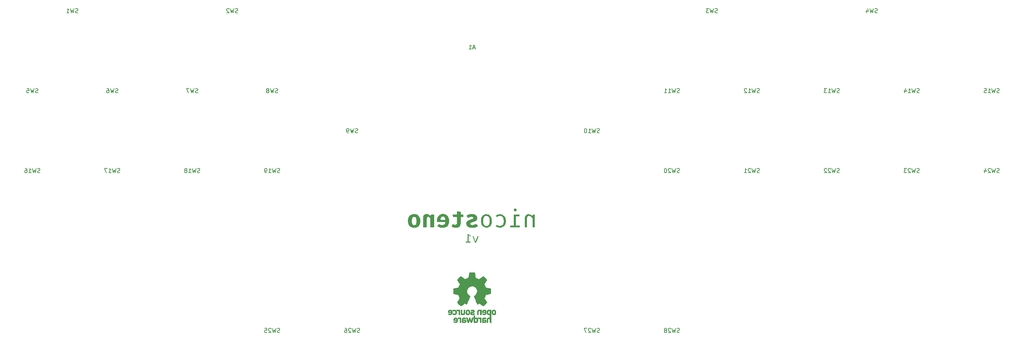
<source format=gbo>
G04 #@! TF.GenerationSoftware,KiCad,Pcbnew,8.0.4*
G04 #@! TF.CreationDate,2024-08-07T22:07:56-04:00*
G04 #@! TF.ProjectId,steno,7374656e-6f2e-46b6-9963-61645f706362,1*
G04 #@! TF.SameCoordinates,Original*
G04 #@! TF.FileFunction,Legend,Bot*
G04 #@! TF.FilePolarity,Positive*
%FSLAX46Y46*%
G04 Gerber Fmt 4.6, Leading zero omitted, Abs format (unit mm)*
G04 Created by KiCad (PCBNEW 8.0.4) date 2024-08-07 22:07:56*
%MOMM*%
%LPD*%
G01*
G04 APERTURE LIST*
G04 Aperture macros list*
%AMRoundRect*
0 Rectangle with rounded corners*
0 $1 Rounding radius*
0 $2 $3 $4 $5 $6 $7 $8 $9 X,Y pos of 4 corners*
0 Add a 4 corners polygon primitive as box body*
4,1,4,$2,$3,$4,$5,$6,$7,$8,$9,$2,$3,0*
0 Add four circle primitives for the rounded corners*
1,1,$1+$1,$2,$3*
1,1,$1+$1,$4,$5*
1,1,$1+$1,$6,$7*
1,1,$1+$1,$8,$9*
0 Add four rect primitives between the rounded corners*
20,1,$1+$1,$2,$3,$4,$5,0*
20,1,$1+$1,$4,$5,$6,$7,0*
20,1,$1+$1,$6,$7,$8,$9,0*
20,1,$1+$1,$8,$9,$2,$3,0*%
%AMFreePoly0*
4,1,28,0.605014,0.794986,0.644504,0.794986,0.724698,0.756366,0.780194,0.686777,0.800000,0.600000,0.800000,-0.600000,0.780194,-0.686777,0.724698,-0.756366,0.644504,-0.794986,0.605014,-0.794986,0.600000,-0.800000,0.000000,-0.800000,-0.178017,-0.779942,-0.347107,-0.720775,-0.498792,-0.625465,-0.625465,-0.498792,-0.720775,-0.347107,-0.779942,-0.178017,-0.800000,0.000000,-0.779942,0.178017,
-0.720775,0.347107,-0.625465,0.498792,-0.498792,0.625465,-0.347107,0.720775,-0.178017,0.779942,0.000000,0.800000,0.600000,0.800000,0.605014,0.794986,0.605014,0.794986,$1*%
%AMFreePoly1*
4,1,28,0.178017,0.779942,0.347107,0.720775,0.498792,0.625465,0.625465,0.498792,0.720775,0.347107,0.779942,0.178017,0.800000,0.000000,0.779942,-0.178017,0.720775,-0.347107,0.625465,-0.498792,0.498792,-0.625465,0.347107,-0.720775,0.178017,-0.779942,0.000000,-0.800000,-0.600000,-0.800000,-0.605014,-0.794986,-0.644504,-0.794986,-0.724698,-0.756366,-0.780194,-0.686777,-0.800000,-0.600000,
-0.800000,0.600000,-0.780194,0.686777,-0.724698,0.756366,-0.644504,0.794986,-0.605014,0.794986,-0.600000,0.800000,0.000000,0.800000,0.178017,0.779942,0.178017,0.779942,$1*%
G04 Aperture macros list end*
%ADD10C,0.125000*%
%ADD11C,0.800000*%
%ADD12C,0.150000*%
%ADD13C,0.010000*%
%ADD14C,1.700000*%
%ADD15C,4.000000*%
%ADD16C,2.200000*%
%ADD17C,3.600000*%
%ADD18C,5.600000*%
%ADD19C,1.850000*%
%ADD20RoundRect,0.200000X-0.600000X-0.600000X0.600000X-0.600000X0.600000X0.600000X-0.600000X0.600000X0*%
%ADD21C,1.600000*%
%ADD22FreePoly0,0.000000*%
%ADD23FreePoly1,0.000000*%
G04 APERTURE END LIST*
D10*
G36*
X130346946Y-121853108D02*
G01*
X130896981Y-123385000D01*
X131176883Y-123385000D01*
X131722522Y-121853108D01*
X131467044Y-121853108D01*
X131029360Y-123162739D01*
X130597051Y-121853108D01*
X130346946Y-121853108D01*
G37*
G36*
X128689025Y-123185697D02*
G01*
X128689025Y-123385000D01*
X129830616Y-123385000D01*
X129830616Y-123185697D01*
X129343596Y-123185697D01*
X129343596Y-121671392D01*
X129797399Y-121946409D01*
X129901935Y-121774951D01*
X129313310Y-121384162D01*
X129102284Y-121384162D01*
X129102284Y-123185697D01*
X128689025Y-123185697D01*
G37*
D11*
G36*
X130270742Y-119220942D02*
G01*
X130066067Y-119202868D01*
X129905355Y-119148646D01*
X129774380Y-118998620D01*
X129765648Y-118930781D01*
X129820359Y-118765673D01*
X129984321Y-118656785D01*
X130030407Y-118637690D01*
X130222382Y-118571011D01*
X130415731Y-118512988D01*
X130489584Y-118492121D01*
X130689375Y-118429717D01*
X130890783Y-118344623D01*
X131067463Y-118243764D01*
X131171510Y-118167766D01*
X131310099Y-118015992D01*
X131397358Y-117825674D01*
X131432006Y-117621431D01*
X131434315Y-117546413D01*
X131413066Y-117349187D01*
X131338362Y-117148619D01*
X131209871Y-116970618D01*
X131094329Y-116864487D01*
X130904980Y-116746517D01*
X130708345Y-116670943D01*
X130516805Y-116626705D01*
X130304039Y-116601426D01*
X130110519Y-116594842D01*
X129912927Y-116601742D01*
X129706400Y-116626000D01*
X129496504Y-116673436D01*
X129399284Y-116705240D01*
X129218010Y-116780059D01*
X129037121Y-116875803D01*
X128875627Y-116985631D01*
X129237107Y-117531758D01*
X129408558Y-117435961D01*
X129591228Y-117358865D01*
X129645481Y-117340272D01*
X129836673Y-117291518D01*
X130042767Y-117269580D01*
X130084141Y-117268953D01*
X130295244Y-117287732D01*
X130478200Y-117381163D01*
X130520847Y-117506357D01*
X130465160Y-117641179D01*
X130291198Y-117742585D01*
X130254134Y-117757438D01*
X130062892Y-117823872D01*
X129872337Y-117882674D01*
X129799842Y-117903984D01*
X129605447Y-117964865D01*
X129414182Y-118038389D01*
X129284978Y-118098401D01*
X129111711Y-118208544D01*
X128968399Y-118358510D01*
X128944992Y-118392470D01*
X128862179Y-118575808D01*
X128828107Y-118768974D01*
X128823848Y-118878025D01*
X128843215Y-119077483D01*
X128909259Y-119272424D01*
X129022173Y-119441737D01*
X129173319Y-119584613D01*
X129337573Y-119690859D01*
X129527395Y-119774589D01*
X129547784Y-119781723D01*
X129736828Y-119836506D01*
X129935763Y-119873360D01*
X130144591Y-119892285D01*
X130264881Y-119895052D01*
X130479692Y-119886992D01*
X130681559Y-119862812D01*
X130893186Y-119816341D01*
X131046458Y-119766092D01*
X131229190Y-119686588D01*
X131413556Y-119583204D01*
X131578267Y-119463983D01*
X131623848Y-119425129D01*
X131166625Y-118899518D01*
X131002067Y-119011263D01*
X130819556Y-119105430D01*
X130764113Y-119129106D01*
X130573814Y-119188566D01*
X130369649Y-119217713D01*
X130270742Y-119220942D01*
G37*
G36*
X125305774Y-119607822D02*
G01*
X125476423Y-119705863D01*
X125660334Y-119784175D01*
X125737595Y-119811032D01*
X125935569Y-119862232D01*
X126132735Y-119888406D01*
X126305216Y-119895052D01*
X126518611Y-119884130D01*
X126740224Y-119843778D01*
X126932385Y-119773694D01*
X127115934Y-119657190D01*
X127193283Y-119584375D01*
X127319800Y-119414687D01*
X127410170Y-119217278D01*
X127459591Y-119021804D01*
X127481336Y-118805107D01*
X127482466Y-118739295D01*
X127482466Y-117331479D01*
X128123359Y-117331479D01*
X128123359Y-116706217D01*
X127482466Y-116706217D01*
X127482466Y-116037969D01*
X126575837Y-115926594D01*
X126575837Y-116706217D01*
X125593003Y-116706217D01*
X125681908Y-117331479D01*
X126575837Y-117331479D01*
X126575837Y-118720732D01*
X126549947Y-118916127D01*
X126472278Y-119047041D01*
X126294744Y-119130999D01*
X126142061Y-119144738D01*
X125942688Y-119128329D01*
X125847993Y-119106636D01*
X125662613Y-119035928D01*
X125607658Y-119006985D01*
X125305774Y-119607822D01*
G37*
G36*
X123288856Y-116581384D02*
G01*
X123489645Y-116595209D01*
X123701831Y-116637341D01*
X123895577Y-116707561D01*
X124070882Y-116805868D01*
X124226587Y-116927318D01*
X124362508Y-117067941D01*
X124478645Y-117227737D01*
X124574999Y-117406706D01*
X124585578Y-117430295D01*
X124658118Y-117624850D01*
X124709165Y-117829785D01*
X124738718Y-118045100D01*
X124746946Y-118242016D01*
X124746773Y-118272133D01*
X124735833Y-118476856D01*
X124702494Y-118697773D01*
X124646929Y-118904769D01*
X124569137Y-119097843D01*
X124468876Y-119274003D01*
X124346876Y-119430258D01*
X124203139Y-119566606D01*
X124037665Y-119683049D01*
X123992797Y-119708721D01*
X123800120Y-119794847D01*
X123586316Y-119854473D01*
X123381906Y-119884907D01*
X123161322Y-119895052D01*
X123064953Y-119893189D01*
X122857834Y-119875381D01*
X122664161Y-119838716D01*
X122464741Y-119775861D01*
X122282494Y-119695490D01*
X122102518Y-119592095D01*
X121944015Y-119473000D01*
X122308426Y-118967906D01*
X122319736Y-118975066D01*
X122492829Y-119071709D01*
X122684560Y-119152554D01*
X122883373Y-119203845D01*
X123089026Y-119220942D01*
X123211576Y-119213134D01*
X123401216Y-119163423D01*
X123577511Y-119057787D01*
X123704823Y-118905609D01*
X123783870Y-118713732D01*
X123821754Y-118519476D01*
X121846318Y-118519476D01*
X121833618Y-118358276D01*
X121828733Y-118186329D01*
X121829423Y-118123997D01*
X121840048Y-117956741D01*
X122712892Y-117956741D01*
X123833478Y-117956741D01*
X123810092Y-117773742D01*
X123754207Y-117565787D01*
X123652738Y-117385212D01*
X123623878Y-117353261D01*
X123454592Y-117240647D01*
X123259019Y-117206427D01*
X123172351Y-117211435D01*
X122984520Y-117271342D01*
X122842829Y-117411591D01*
X122775567Y-117552984D01*
X122726840Y-117757416D01*
X122712892Y-117956741D01*
X121840048Y-117956741D01*
X121842720Y-117914673D01*
X121872941Y-117719092D01*
X121928201Y-117512402D01*
X122005564Y-117323663D01*
X122064331Y-117215414D01*
X122187781Y-117041242D01*
X122333952Y-116893655D01*
X122502843Y-116772651D01*
X122648221Y-116698039D01*
X122851622Y-116629036D01*
X123047993Y-116593133D01*
X123259019Y-116581165D01*
X123288856Y-116581384D01*
G37*
G36*
X121165369Y-119770000D02*
G01*
X121165369Y-116706217D01*
X120373045Y-116706217D01*
X120310519Y-117047180D01*
X120167485Y-116899067D01*
X120005392Y-116770404D01*
X119879675Y-116696448D01*
X119684403Y-116621807D01*
X119485833Y-116586681D01*
X119361880Y-116581165D01*
X119155748Y-116600253D01*
X118957530Y-116666237D01*
X118791750Y-116779352D01*
X118748342Y-116822477D01*
X118629846Y-116992569D01*
X118560723Y-117178608D01*
X118527149Y-117395867D01*
X118523638Y-117502449D01*
X118523638Y-119770000D01*
X119431245Y-119770000D01*
X119431245Y-117764277D01*
X119441403Y-117561191D01*
X119492794Y-117367627D01*
X119664401Y-117259225D01*
X119724336Y-117255275D01*
X119915804Y-117300067D01*
X119998865Y-117350041D01*
X120153166Y-117487248D01*
X120258740Y-117610893D01*
X120258740Y-119770000D01*
X121165369Y-119770000D01*
G37*
G36*
X116430652Y-116595045D02*
G01*
X116626299Y-116607787D01*
X116834211Y-116646622D01*
X117025392Y-116711346D01*
X117199842Y-116801960D01*
X117318613Y-116885400D01*
X117476419Y-117032197D01*
X117609804Y-117204961D01*
X117707867Y-117380327D01*
X117729162Y-117427092D01*
X117800603Y-117623769D01*
X117850062Y-117835833D01*
X117875307Y-118034011D01*
X117883722Y-118243970D01*
X117874205Y-118479746D01*
X117845655Y-118698586D01*
X117798070Y-118900492D01*
X117731452Y-119085463D01*
X117626386Y-119285074D01*
X117493911Y-119460300D01*
X117391359Y-119562195D01*
X117219328Y-119689563D01*
X117025453Y-119786364D01*
X116809733Y-119852596D01*
X116613280Y-119884438D01*
X116401657Y-119895052D01*
X116273046Y-119891179D01*
X116070830Y-119867513D01*
X115848195Y-119810716D01*
X115647404Y-119722937D01*
X115468458Y-119604178D01*
X115311357Y-119454438D01*
X115178549Y-119277427D01*
X115073220Y-119076854D01*
X115006435Y-118891711D01*
X114958731Y-118690206D01*
X114930109Y-118472338D01*
X114920568Y-118238108D01*
X114920590Y-118236154D01*
X115856507Y-118236154D01*
X115858598Y-118362046D01*
X115875329Y-118586628D01*
X115914149Y-118795928D01*
X115990352Y-118989399D01*
X116035427Y-119056103D01*
X116199451Y-119182728D01*
X116401657Y-119220942D01*
X116485138Y-119215289D01*
X116681326Y-119139314D01*
X116813939Y-118989399D01*
X116872496Y-118855860D01*
X116918374Y-118663149D01*
X116941379Y-118454093D01*
X116947784Y-118242016D01*
X116945692Y-118119544D01*
X116928962Y-117900336D01*
X116890141Y-117694745D01*
X116813939Y-117502449D01*
X116768582Y-117435182D01*
X116604023Y-117307489D01*
X116401657Y-117268953D01*
X116318199Y-117274606D01*
X116122331Y-117350580D01*
X115990352Y-117500495D01*
X115931794Y-117633302D01*
X115885916Y-117823436D01*
X115862911Y-118028646D01*
X115856507Y-118236154D01*
X114920590Y-118236154D01*
X114921251Y-118176567D01*
X114934401Y-117968985D01*
X114964287Y-117773558D01*
X115018937Y-117565097D01*
X115095446Y-117372512D01*
X115153888Y-117261138D01*
X115278197Y-117080981D01*
X115427081Y-116926945D01*
X115600540Y-116799030D01*
X115621316Y-116786467D01*
X115797415Y-116700326D01*
X115991100Y-116639708D01*
X116202370Y-116604613D01*
X116401657Y-116594842D01*
X116430652Y-116595045D01*
G37*
D10*
G36*
X145090421Y-119770000D02*
G01*
X145090421Y-116706217D01*
X144680093Y-116706217D01*
X144642969Y-117174187D01*
X144505287Y-117012294D01*
X144346133Y-116878569D01*
X144182815Y-116781444D01*
X143994790Y-116703016D01*
X143792832Y-116654588D01*
X143643527Y-116643691D01*
X143435981Y-116658590D01*
X143238840Y-116710969D01*
X143064932Y-116813398D01*
X142995795Y-116882072D01*
X142889148Y-117049283D01*
X142822001Y-117252940D01*
X142795339Y-117467391D01*
X142793562Y-117545436D01*
X142793562Y-119770000D01*
X143275209Y-119770000D01*
X143275209Y-117915708D01*
X143279365Y-117715204D01*
X143294992Y-117515455D01*
X143310380Y-117412568D01*
X143377850Y-117221813D01*
X143454971Y-117132177D01*
X143638764Y-117054935D01*
X143793003Y-117042295D01*
X143996574Y-117071227D01*
X144127128Y-117124361D01*
X144300697Y-117235464D01*
X144405564Y-117328548D01*
X144535774Y-117474256D01*
X144607798Y-117574745D01*
X144607798Y-119770000D01*
X145090421Y-119770000D01*
G37*
G36*
X140501587Y-115268115D02*
G01*
X140311757Y-115314754D01*
X140245620Y-115366789D01*
X140153528Y-115547801D01*
X140148900Y-115608101D01*
X140203305Y-115803007D01*
X140245620Y-115856252D01*
X140425505Y-115949675D01*
X140501587Y-115955903D01*
X140692409Y-115904423D01*
X140751691Y-115856252D01*
X140843283Y-115678932D01*
X140849389Y-115608101D01*
X140794434Y-115418874D01*
X140751691Y-115366789D01*
X140574371Y-115274282D01*
X140501587Y-115268115D01*
G37*
G36*
X140116660Y-116706217D02*
G01*
X140116660Y-119371395D01*
X139263764Y-119371395D01*
X139263764Y-119770000D01*
X141533269Y-119770000D01*
X141533269Y-119371395D01*
X140599284Y-119371395D01*
X140599284Y-117104822D01*
X141503959Y-117104822D01*
X141503959Y-116706217D01*
X140116660Y-116706217D01*
G37*
G36*
X136837944Y-119433921D02*
G01*
X136632107Y-119417821D01*
X136439580Y-119369521D01*
X136414915Y-119360648D01*
X136225383Y-119275163D01*
X136051482Y-119167208D01*
X135816032Y-119487655D01*
X135989921Y-119606711D01*
X136174477Y-119696859D01*
X136292794Y-119740690D01*
X136482834Y-119792976D01*
X136686991Y-119825261D01*
X136837944Y-119832526D01*
X137054832Y-119820314D01*
X137255111Y-119783677D01*
X137460573Y-119713266D01*
X137605844Y-119637131D01*
X137772545Y-119514076D01*
X137915444Y-119365827D01*
X138034541Y-119192385D01*
X138090421Y-119085143D01*
X138163084Y-118899213D01*
X138214985Y-118698018D01*
X138246126Y-118481557D01*
X138256344Y-118279633D01*
X138256507Y-118249832D01*
X138248559Y-118053570D01*
X138220013Y-117840606D01*
X138170707Y-117639732D01*
X138100640Y-117450947D01*
X138090421Y-117428199D01*
X137997426Y-117256069D01*
X137870180Y-117085340D01*
X137718978Y-116938878D01*
X137604867Y-116854717D01*
X137414973Y-116752707D01*
X137228142Y-116690059D01*
X137024337Y-116653789D01*
X136832082Y-116643691D01*
X136620610Y-116655918D01*
X136419236Y-116692601D01*
X136227959Y-116753738D01*
X136046780Y-116839330D01*
X135875700Y-116949376D01*
X135820917Y-116991493D01*
X136056367Y-117343203D01*
X136228339Y-117225955D01*
X136424191Y-117127219D01*
X136619310Y-117066098D01*
X136813697Y-117042589D01*
X136837944Y-117042295D01*
X137046866Y-117066175D01*
X137233995Y-117137813D01*
X137399332Y-117257211D01*
X137481768Y-117344180D01*
X137592044Y-117514112D01*
X137670812Y-117723000D01*
X137713889Y-117937735D01*
X137731611Y-118145532D01*
X137733827Y-118257648D01*
X137724965Y-118478268D01*
X137698381Y-118674845D01*
X137644966Y-118873798D01*
X137554383Y-119061102D01*
X137481768Y-119156461D01*
X137328539Y-119290585D01*
X137153517Y-119380814D01*
X136956702Y-119427147D01*
X136837944Y-119433921D01*
G37*
G36*
X133739594Y-116648628D02*
G01*
X133956459Y-116682400D01*
X134152303Y-116748165D01*
X134327128Y-116845924D01*
X134414650Y-116912728D01*
X134554758Y-117052691D01*
X134672456Y-117218001D01*
X134767742Y-117408660D01*
X134776938Y-117431359D01*
X134839998Y-117620647D01*
X134884374Y-117823613D01*
X134910066Y-118040256D01*
X134917218Y-118241039D01*
X134912059Y-118416604D01*
X134891098Y-118623567D01*
X134854013Y-118816647D01*
X134788228Y-119030020D01*
X134699224Y-119223403D01*
X134587002Y-119396796D01*
X134544511Y-119449561D01*
X134402477Y-119587428D01*
X134238597Y-119694658D01*
X134052873Y-119771251D01*
X133845305Y-119817207D01*
X133615892Y-119832526D01*
X133487221Y-119827541D01*
X133271842Y-119793443D01*
X133077328Y-119727042D01*
X132903680Y-119628339D01*
X132816464Y-119560456D01*
X132676905Y-119419274D01*
X132559757Y-119253672D01*
X132465020Y-119063649D01*
X132455824Y-119041013D01*
X132392763Y-118852366D01*
X132348388Y-118650285D01*
X132322696Y-118434772D01*
X132315614Y-118237131D01*
X132832361Y-118237131D01*
X132833132Y-118312102D01*
X132844696Y-118522224D01*
X132875724Y-118739322D01*
X132934312Y-118950455D01*
X133029710Y-119140830D01*
X133068229Y-119193209D01*
X133221186Y-119330595D01*
X133411925Y-119410737D01*
X133615892Y-119433921D01*
X133687465Y-119431354D01*
X133881781Y-119392843D01*
X134061796Y-119295852D01*
X134204029Y-119141807D01*
X134260601Y-119042817D01*
X134331172Y-118852384D01*
X134372786Y-118653398D01*
X134393497Y-118458801D01*
X134400400Y-118242016D01*
X134399622Y-118166694D01*
X134387944Y-117955703D01*
X134356608Y-117737936D01*
X134297441Y-117526498D01*
X134201098Y-117336364D01*
X134161872Y-117283811D01*
X134006930Y-117145966D01*
X133814780Y-117065557D01*
X133610031Y-117042295D01*
X133539173Y-117044863D01*
X133346798Y-117083374D01*
X133168577Y-117180365D01*
X133027756Y-117334410D01*
X132971465Y-117433471D01*
X132901246Y-117624317D01*
X132859839Y-117823964D01*
X132839231Y-118019351D01*
X132832361Y-118237131D01*
X132315614Y-118237131D01*
X132315544Y-118235177D01*
X132320657Y-118058285D01*
X132341432Y-117850048D01*
X132378188Y-117656123D01*
X132443389Y-117442304D01*
X132531603Y-117249093D01*
X132642829Y-117076489D01*
X132663590Y-117049862D01*
X132800976Y-116907850D01*
X132989043Y-116780631D01*
X133174057Y-116704553D01*
X133381053Y-116658907D01*
X133610031Y-116643691D01*
X133739594Y-116648628D01*
G37*
D12*
X179609523Y-106706200D02*
X179466666Y-106753819D01*
X179466666Y-106753819D02*
X179228571Y-106753819D01*
X179228571Y-106753819D02*
X179133333Y-106706200D01*
X179133333Y-106706200D02*
X179085714Y-106658580D01*
X179085714Y-106658580D02*
X179038095Y-106563342D01*
X179038095Y-106563342D02*
X179038095Y-106468104D01*
X179038095Y-106468104D02*
X179085714Y-106372866D01*
X179085714Y-106372866D02*
X179133333Y-106325247D01*
X179133333Y-106325247D02*
X179228571Y-106277628D01*
X179228571Y-106277628D02*
X179419047Y-106230009D01*
X179419047Y-106230009D02*
X179514285Y-106182390D01*
X179514285Y-106182390D02*
X179561904Y-106134771D01*
X179561904Y-106134771D02*
X179609523Y-106039533D01*
X179609523Y-106039533D02*
X179609523Y-105944295D01*
X179609523Y-105944295D02*
X179561904Y-105849057D01*
X179561904Y-105849057D02*
X179514285Y-105801438D01*
X179514285Y-105801438D02*
X179419047Y-105753819D01*
X179419047Y-105753819D02*
X179180952Y-105753819D01*
X179180952Y-105753819D02*
X179038095Y-105801438D01*
X178704761Y-105753819D02*
X178466666Y-106753819D01*
X178466666Y-106753819D02*
X178276190Y-106039533D01*
X178276190Y-106039533D02*
X178085714Y-106753819D01*
X178085714Y-106753819D02*
X177847619Y-105753819D01*
X177514285Y-105849057D02*
X177466666Y-105801438D01*
X177466666Y-105801438D02*
X177371428Y-105753819D01*
X177371428Y-105753819D02*
X177133333Y-105753819D01*
X177133333Y-105753819D02*
X177038095Y-105801438D01*
X177038095Y-105801438D02*
X176990476Y-105849057D01*
X176990476Y-105849057D02*
X176942857Y-105944295D01*
X176942857Y-105944295D02*
X176942857Y-106039533D01*
X176942857Y-106039533D02*
X176990476Y-106182390D01*
X176990476Y-106182390D02*
X177561904Y-106753819D01*
X177561904Y-106753819D02*
X176942857Y-106753819D01*
X176323809Y-105753819D02*
X176228571Y-105753819D01*
X176228571Y-105753819D02*
X176133333Y-105801438D01*
X176133333Y-105801438D02*
X176085714Y-105849057D01*
X176085714Y-105849057D02*
X176038095Y-105944295D01*
X176038095Y-105944295D02*
X175990476Y-106134771D01*
X175990476Y-106134771D02*
X175990476Y-106372866D01*
X175990476Y-106372866D02*
X176038095Y-106563342D01*
X176038095Y-106563342D02*
X176085714Y-106658580D01*
X176085714Y-106658580D02*
X176133333Y-106706200D01*
X176133333Y-106706200D02*
X176228571Y-106753819D01*
X176228571Y-106753819D02*
X176323809Y-106753819D01*
X176323809Y-106753819D02*
X176419047Y-106706200D01*
X176419047Y-106706200D02*
X176466666Y-106658580D01*
X176466666Y-106658580D02*
X176514285Y-106563342D01*
X176514285Y-106563342D02*
X176561904Y-106372866D01*
X176561904Y-106372866D02*
X176561904Y-106134771D01*
X176561904Y-106134771D02*
X176514285Y-105944295D01*
X176514285Y-105944295D02*
X176466666Y-105849057D01*
X176466666Y-105849057D02*
X176419047Y-105801438D01*
X176419047Y-105801438D02*
X176323809Y-105753819D01*
X236759523Y-87656200D02*
X236616666Y-87703819D01*
X236616666Y-87703819D02*
X236378571Y-87703819D01*
X236378571Y-87703819D02*
X236283333Y-87656200D01*
X236283333Y-87656200D02*
X236235714Y-87608580D01*
X236235714Y-87608580D02*
X236188095Y-87513342D01*
X236188095Y-87513342D02*
X236188095Y-87418104D01*
X236188095Y-87418104D02*
X236235714Y-87322866D01*
X236235714Y-87322866D02*
X236283333Y-87275247D01*
X236283333Y-87275247D02*
X236378571Y-87227628D01*
X236378571Y-87227628D02*
X236569047Y-87180009D01*
X236569047Y-87180009D02*
X236664285Y-87132390D01*
X236664285Y-87132390D02*
X236711904Y-87084771D01*
X236711904Y-87084771D02*
X236759523Y-86989533D01*
X236759523Y-86989533D02*
X236759523Y-86894295D01*
X236759523Y-86894295D02*
X236711904Y-86799057D01*
X236711904Y-86799057D02*
X236664285Y-86751438D01*
X236664285Y-86751438D02*
X236569047Y-86703819D01*
X236569047Y-86703819D02*
X236330952Y-86703819D01*
X236330952Y-86703819D02*
X236188095Y-86751438D01*
X235854761Y-86703819D02*
X235616666Y-87703819D01*
X235616666Y-87703819D02*
X235426190Y-86989533D01*
X235426190Y-86989533D02*
X235235714Y-87703819D01*
X235235714Y-87703819D02*
X234997619Y-86703819D01*
X234092857Y-87703819D02*
X234664285Y-87703819D01*
X234378571Y-87703819D02*
X234378571Y-86703819D01*
X234378571Y-86703819D02*
X234473809Y-86846676D01*
X234473809Y-86846676D02*
X234569047Y-86941914D01*
X234569047Y-86941914D02*
X234664285Y-86989533D01*
X233235714Y-87037152D02*
X233235714Y-87703819D01*
X233473809Y-86656200D02*
X233711904Y-87370485D01*
X233711904Y-87370485D02*
X233092857Y-87370485D01*
X255809523Y-106706200D02*
X255666666Y-106753819D01*
X255666666Y-106753819D02*
X255428571Y-106753819D01*
X255428571Y-106753819D02*
X255333333Y-106706200D01*
X255333333Y-106706200D02*
X255285714Y-106658580D01*
X255285714Y-106658580D02*
X255238095Y-106563342D01*
X255238095Y-106563342D02*
X255238095Y-106468104D01*
X255238095Y-106468104D02*
X255285714Y-106372866D01*
X255285714Y-106372866D02*
X255333333Y-106325247D01*
X255333333Y-106325247D02*
X255428571Y-106277628D01*
X255428571Y-106277628D02*
X255619047Y-106230009D01*
X255619047Y-106230009D02*
X255714285Y-106182390D01*
X255714285Y-106182390D02*
X255761904Y-106134771D01*
X255761904Y-106134771D02*
X255809523Y-106039533D01*
X255809523Y-106039533D02*
X255809523Y-105944295D01*
X255809523Y-105944295D02*
X255761904Y-105849057D01*
X255761904Y-105849057D02*
X255714285Y-105801438D01*
X255714285Y-105801438D02*
X255619047Y-105753819D01*
X255619047Y-105753819D02*
X255380952Y-105753819D01*
X255380952Y-105753819D02*
X255238095Y-105801438D01*
X254904761Y-105753819D02*
X254666666Y-106753819D01*
X254666666Y-106753819D02*
X254476190Y-106039533D01*
X254476190Y-106039533D02*
X254285714Y-106753819D01*
X254285714Y-106753819D02*
X254047619Y-105753819D01*
X253714285Y-105849057D02*
X253666666Y-105801438D01*
X253666666Y-105801438D02*
X253571428Y-105753819D01*
X253571428Y-105753819D02*
X253333333Y-105753819D01*
X253333333Y-105753819D02*
X253238095Y-105801438D01*
X253238095Y-105801438D02*
X253190476Y-105849057D01*
X253190476Y-105849057D02*
X253142857Y-105944295D01*
X253142857Y-105944295D02*
X253142857Y-106039533D01*
X253142857Y-106039533D02*
X253190476Y-106182390D01*
X253190476Y-106182390D02*
X253761904Y-106753819D01*
X253761904Y-106753819D02*
X253142857Y-106753819D01*
X252285714Y-106087152D02*
X252285714Y-106753819D01*
X252523809Y-105706200D02*
X252761904Y-106420485D01*
X252761904Y-106420485D02*
X252142857Y-106420485D01*
X27209523Y-106706200D02*
X27066666Y-106753819D01*
X27066666Y-106753819D02*
X26828571Y-106753819D01*
X26828571Y-106753819D02*
X26733333Y-106706200D01*
X26733333Y-106706200D02*
X26685714Y-106658580D01*
X26685714Y-106658580D02*
X26638095Y-106563342D01*
X26638095Y-106563342D02*
X26638095Y-106468104D01*
X26638095Y-106468104D02*
X26685714Y-106372866D01*
X26685714Y-106372866D02*
X26733333Y-106325247D01*
X26733333Y-106325247D02*
X26828571Y-106277628D01*
X26828571Y-106277628D02*
X27019047Y-106230009D01*
X27019047Y-106230009D02*
X27114285Y-106182390D01*
X27114285Y-106182390D02*
X27161904Y-106134771D01*
X27161904Y-106134771D02*
X27209523Y-106039533D01*
X27209523Y-106039533D02*
X27209523Y-105944295D01*
X27209523Y-105944295D02*
X27161904Y-105849057D01*
X27161904Y-105849057D02*
X27114285Y-105801438D01*
X27114285Y-105801438D02*
X27019047Y-105753819D01*
X27019047Y-105753819D02*
X26780952Y-105753819D01*
X26780952Y-105753819D02*
X26638095Y-105801438D01*
X26304761Y-105753819D02*
X26066666Y-106753819D01*
X26066666Y-106753819D02*
X25876190Y-106039533D01*
X25876190Y-106039533D02*
X25685714Y-106753819D01*
X25685714Y-106753819D02*
X25447619Y-105753819D01*
X24542857Y-106753819D02*
X25114285Y-106753819D01*
X24828571Y-106753819D02*
X24828571Y-105753819D01*
X24828571Y-105753819D02*
X24923809Y-105896676D01*
X24923809Y-105896676D02*
X25019047Y-105991914D01*
X25019047Y-105991914D02*
X25114285Y-106039533D01*
X23685714Y-105753819D02*
X23876190Y-105753819D01*
X23876190Y-105753819D02*
X23971428Y-105801438D01*
X23971428Y-105801438D02*
X24019047Y-105849057D01*
X24019047Y-105849057D02*
X24114285Y-105991914D01*
X24114285Y-105991914D02*
X24161904Y-106182390D01*
X24161904Y-106182390D02*
X24161904Y-106563342D01*
X24161904Y-106563342D02*
X24114285Y-106658580D01*
X24114285Y-106658580D02*
X24066666Y-106706200D01*
X24066666Y-106706200D02*
X23971428Y-106753819D01*
X23971428Y-106753819D02*
X23780952Y-106753819D01*
X23780952Y-106753819D02*
X23685714Y-106706200D01*
X23685714Y-106706200D02*
X23638095Y-106658580D01*
X23638095Y-106658580D02*
X23590476Y-106563342D01*
X23590476Y-106563342D02*
X23590476Y-106325247D01*
X23590476Y-106325247D02*
X23638095Y-106230009D01*
X23638095Y-106230009D02*
X23685714Y-106182390D01*
X23685714Y-106182390D02*
X23780952Y-106134771D01*
X23780952Y-106134771D02*
X23971428Y-106134771D01*
X23971428Y-106134771D02*
X24066666Y-106182390D01*
X24066666Y-106182390D02*
X24114285Y-106230009D01*
X24114285Y-106230009D02*
X24161904Y-106325247D01*
X198659523Y-87656200D02*
X198516666Y-87703819D01*
X198516666Y-87703819D02*
X198278571Y-87703819D01*
X198278571Y-87703819D02*
X198183333Y-87656200D01*
X198183333Y-87656200D02*
X198135714Y-87608580D01*
X198135714Y-87608580D02*
X198088095Y-87513342D01*
X198088095Y-87513342D02*
X198088095Y-87418104D01*
X198088095Y-87418104D02*
X198135714Y-87322866D01*
X198135714Y-87322866D02*
X198183333Y-87275247D01*
X198183333Y-87275247D02*
X198278571Y-87227628D01*
X198278571Y-87227628D02*
X198469047Y-87180009D01*
X198469047Y-87180009D02*
X198564285Y-87132390D01*
X198564285Y-87132390D02*
X198611904Y-87084771D01*
X198611904Y-87084771D02*
X198659523Y-86989533D01*
X198659523Y-86989533D02*
X198659523Y-86894295D01*
X198659523Y-86894295D02*
X198611904Y-86799057D01*
X198611904Y-86799057D02*
X198564285Y-86751438D01*
X198564285Y-86751438D02*
X198469047Y-86703819D01*
X198469047Y-86703819D02*
X198230952Y-86703819D01*
X198230952Y-86703819D02*
X198088095Y-86751438D01*
X197754761Y-86703819D02*
X197516666Y-87703819D01*
X197516666Y-87703819D02*
X197326190Y-86989533D01*
X197326190Y-86989533D02*
X197135714Y-87703819D01*
X197135714Y-87703819D02*
X196897619Y-86703819D01*
X195992857Y-87703819D02*
X196564285Y-87703819D01*
X196278571Y-87703819D02*
X196278571Y-86703819D01*
X196278571Y-86703819D02*
X196373809Y-86846676D01*
X196373809Y-86846676D02*
X196469047Y-86941914D01*
X196469047Y-86941914D02*
X196564285Y-86989533D01*
X195611904Y-86799057D02*
X195564285Y-86751438D01*
X195564285Y-86751438D02*
X195469047Y-86703819D01*
X195469047Y-86703819D02*
X195230952Y-86703819D01*
X195230952Y-86703819D02*
X195135714Y-86751438D01*
X195135714Y-86751438D02*
X195088095Y-86799057D01*
X195088095Y-86799057D02*
X195040476Y-86894295D01*
X195040476Y-86894295D02*
X195040476Y-86989533D01*
X195040476Y-86989533D02*
X195088095Y-87132390D01*
X195088095Y-87132390D02*
X195659523Y-87703819D01*
X195659523Y-87703819D02*
X195040476Y-87703819D01*
X64833332Y-87656200D02*
X64690475Y-87703819D01*
X64690475Y-87703819D02*
X64452380Y-87703819D01*
X64452380Y-87703819D02*
X64357142Y-87656200D01*
X64357142Y-87656200D02*
X64309523Y-87608580D01*
X64309523Y-87608580D02*
X64261904Y-87513342D01*
X64261904Y-87513342D02*
X64261904Y-87418104D01*
X64261904Y-87418104D02*
X64309523Y-87322866D01*
X64309523Y-87322866D02*
X64357142Y-87275247D01*
X64357142Y-87275247D02*
X64452380Y-87227628D01*
X64452380Y-87227628D02*
X64642856Y-87180009D01*
X64642856Y-87180009D02*
X64738094Y-87132390D01*
X64738094Y-87132390D02*
X64785713Y-87084771D01*
X64785713Y-87084771D02*
X64833332Y-86989533D01*
X64833332Y-86989533D02*
X64833332Y-86894295D01*
X64833332Y-86894295D02*
X64785713Y-86799057D01*
X64785713Y-86799057D02*
X64738094Y-86751438D01*
X64738094Y-86751438D02*
X64642856Y-86703819D01*
X64642856Y-86703819D02*
X64404761Y-86703819D01*
X64404761Y-86703819D02*
X64261904Y-86751438D01*
X63928570Y-86703819D02*
X63690475Y-87703819D01*
X63690475Y-87703819D02*
X63499999Y-86989533D01*
X63499999Y-86989533D02*
X63309523Y-87703819D01*
X63309523Y-87703819D02*
X63071428Y-86703819D01*
X62785713Y-86703819D02*
X62119047Y-86703819D01*
X62119047Y-86703819D02*
X62547618Y-87703819D01*
X83883332Y-87656200D02*
X83740475Y-87703819D01*
X83740475Y-87703819D02*
X83502380Y-87703819D01*
X83502380Y-87703819D02*
X83407142Y-87656200D01*
X83407142Y-87656200D02*
X83359523Y-87608580D01*
X83359523Y-87608580D02*
X83311904Y-87513342D01*
X83311904Y-87513342D02*
X83311904Y-87418104D01*
X83311904Y-87418104D02*
X83359523Y-87322866D01*
X83359523Y-87322866D02*
X83407142Y-87275247D01*
X83407142Y-87275247D02*
X83502380Y-87227628D01*
X83502380Y-87227628D02*
X83692856Y-87180009D01*
X83692856Y-87180009D02*
X83788094Y-87132390D01*
X83788094Y-87132390D02*
X83835713Y-87084771D01*
X83835713Y-87084771D02*
X83883332Y-86989533D01*
X83883332Y-86989533D02*
X83883332Y-86894295D01*
X83883332Y-86894295D02*
X83835713Y-86799057D01*
X83835713Y-86799057D02*
X83788094Y-86751438D01*
X83788094Y-86751438D02*
X83692856Y-86703819D01*
X83692856Y-86703819D02*
X83454761Y-86703819D01*
X83454761Y-86703819D02*
X83311904Y-86751438D01*
X82978570Y-86703819D02*
X82740475Y-87703819D01*
X82740475Y-87703819D02*
X82549999Y-86989533D01*
X82549999Y-86989533D02*
X82359523Y-87703819D01*
X82359523Y-87703819D02*
X82121428Y-86703819D01*
X81597618Y-87132390D02*
X81692856Y-87084771D01*
X81692856Y-87084771D02*
X81740475Y-87037152D01*
X81740475Y-87037152D02*
X81788094Y-86941914D01*
X81788094Y-86941914D02*
X81788094Y-86894295D01*
X81788094Y-86894295D02*
X81740475Y-86799057D01*
X81740475Y-86799057D02*
X81692856Y-86751438D01*
X81692856Y-86751438D02*
X81597618Y-86703819D01*
X81597618Y-86703819D02*
X81407142Y-86703819D01*
X81407142Y-86703819D02*
X81311904Y-86751438D01*
X81311904Y-86751438D02*
X81264285Y-86799057D01*
X81264285Y-86799057D02*
X81216666Y-86894295D01*
X81216666Y-86894295D02*
X81216666Y-86941914D01*
X81216666Y-86941914D02*
X81264285Y-87037152D01*
X81264285Y-87037152D02*
X81311904Y-87084771D01*
X81311904Y-87084771D02*
X81407142Y-87132390D01*
X81407142Y-87132390D02*
X81597618Y-87132390D01*
X81597618Y-87132390D02*
X81692856Y-87180009D01*
X81692856Y-87180009D02*
X81740475Y-87227628D01*
X81740475Y-87227628D02*
X81788094Y-87322866D01*
X81788094Y-87322866D02*
X81788094Y-87513342D01*
X81788094Y-87513342D02*
X81740475Y-87608580D01*
X81740475Y-87608580D02*
X81692856Y-87656200D01*
X81692856Y-87656200D02*
X81597618Y-87703819D01*
X81597618Y-87703819D02*
X81407142Y-87703819D01*
X81407142Y-87703819D02*
X81311904Y-87656200D01*
X81311904Y-87656200D02*
X81264285Y-87608580D01*
X81264285Y-87608580D02*
X81216666Y-87513342D01*
X81216666Y-87513342D02*
X81216666Y-87322866D01*
X81216666Y-87322866D02*
X81264285Y-87227628D01*
X81264285Y-87227628D02*
X81311904Y-87180009D01*
X81311904Y-87180009D02*
X81407142Y-87132390D01*
X160559523Y-144806200D02*
X160416666Y-144853819D01*
X160416666Y-144853819D02*
X160178571Y-144853819D01*
X160178571Y-144853819D02*
X160083333Y-144806200D01*
X160083333Y-144806200D02*
X160035714Y-144758580D01*
X160035714Y-144758580D02*
X159988095Y-144663342D01*
X159988095Y-144663342D02*
X159988095Y-144568104D01*
X159988095Y-144568104D02*
X160035714Y-144472866D01*
X160035714Y-144472866D02*
X160083333Y-144425247D01*
X160083333Y-144425247D02*
X160178571Y-144377628D01*
X160178571Y-144377628D02*
X160369047Y-144330009D01*
X160369047Y-144330009D02*
X160464285Y-144282390D01*
X160464285Y-144282390D02*
X160511904Y-144234771D01*
X160511904Y-144234771D02*
X160559523Y-144139533D01*
X160559523Y-144139533D02*
X160559523Y-144044295D01*
X160559523Y-144044295D02*
X160511904Y-143949057D01*
X160511904Y-143949057D02*
X160464285Y-143901438D01*
X160464285Y-143901438D02*
X160369047Y-143853819D01*
X160369047Y-143853819D02*
X160130952Y-143853819D01*
X160130952Y-143853819D02*
X159988095Y-143901438D01*
X159654761Y-143853819D02*
X159416666Y-144853819D01*
X159416666Y-144853819D02*
X159226190Y-144139533D01*
X159226190Y-144139533D02*
X159035714Y-144853819D01*
X159035714Y-144853819D02*
X158797619Y-143853819D01*
X158464285Y-143949057D02*
X158416666Y-143901438D01*
X158416666Y-143901438D02*
X158321428Y-143853819D01*
X158321428Y-143853819D02*
X158083333Y-143853819D01*
X158083333Y-143853819D02*
X157988095Y-143901438D01*
X157988095Y-143901438D02*
X157940476Y-143949057D01*
X157940476Y-143949057D02*
X157892857Y-144044295D01*
X157892857Y-144044295D02*
X157892857Y-144139533D01*
X157892857Y-144139533D02*
X157940476Y-144282390D01*
X157940476Y-144282390D02*
X158511904Y-144853819D01*
X158511904Y-144853819D02*
X157892857Y-144853819D01*
X157559523Y-143853819D02*
X156892857Y-143853819D01*
X156892857Y-143853819D02*
X157321428Y-144853819D01*
X255809523Y-87656200D02*
X255666666Y-87703819D01*
X255666666Y-87703819D02*
X255428571Y-87703819D01*
X255428571Y-87703819D02*
X255333333Y-87656200D01*
X255333333Y-87656200D02*
X255285714Y-87608580D01*
X255285714Y-87608580D02*
X255238095Y-87513342D01*
X255238095Y-87513342D02*
X255238095Y-87418104D01*
X255238095Y-87418104D02*
X255285714Y-87322866D01*
X255285714Y-87322866D02*
X255333333Y-87275247D01*
X255333333Y-87275247D02*
X255428571Y-87227628D01*
X255428571Y-87227628D02*
X255619047Y-87180009D01*
X255619047Y-87180009D02*
X255714285Y-87132390D01*
X255714285Y-87132390D02*
X255761904Y-87084771D01*
X255761904Y-87084771D02*
X255809523Y-86989533D01*
X255809523Y-86989533D02*
X255809523Y-86894295D01*
X255809523Y-86894295D02*
X255761904Y-86799057D01*
X255761904Y-86799057D02*
X255714285Y-86751438D01*
X255714285Y-86751438D02*
X255619047Y-86703819D01*
X255619047Y-86703819D02*
X255380952Y-86703819D01*
X255380952Y-86703819D02*
X255238095Y-86751438D01*
X254904761Y-86703819D02*
X254666666Y-87703819D01*
X254666666Y-87703819D02*
X254476190Y-86989533D01*
X254476190Y-86989533D02*
X254285714Y-87703819D01*
X254285714Y-87703819D02*
X254047619Y-86703819D01*
X253142857Y-87703819D02*
X253714285Y-87703819D01*
X253428571Y-87703819D02*
X253428571Y-86703819D01*
X253428571Y-86703819D02*
X253523809Y-86846676D01*
X253523809Y-86846676D02*
X253619047Y-86941914D01*
X253619047Y-86941914D02*
X253714285Y-86989533D01*
X252238095Y-86703819D02*
X252714285Y-86703819D01*
X252714285Y-86703819D02*
X252761904Y-87180009D01*
X252761904Y-87180009D02*
X252714285Y-87132390D01*
X252714285Y-87132390D02*
X252619047Y-87084771D01*
X252619047Y-87084771D02*
X252380952Y-87084771D01*
X252380952Y-87084771D02*
X252285714Y-87132390D01*
X252285714Y-87132390D02*
X252238095Y-87180009D01*
X252238095Y-87180009D02*
X252190476Y-87275247D01*
X252190476Y-87275247D02*
X252190476Y-87513342D01*
X252190476Y-87513342D02*
X252238095Y-87608580D01*
X252238095Y-87608580D02*
X252285714Y-87656200D01*
X252285714Y-87656200D02*
X252380952Y-87703819D01*
X252380952Y-87703819D02*
X252619047Y-87703819D01*
X252619047Y-87703819D02*
X252714285Y-87656200D01*
X252714285Y-87656200D02*
X252761904Y-87608580D01*
X65309523Y-106706200D02*
X65166666Y-106753819D01*
X65166666Y-106753819D02*
X64928571Y-106753819D01*
X64928571Y-106753819D02*
X64833333Y-106706200D01*
X64833333Y-106706200D02*
X64785714Y-106658580D01*
X64785714Y-106658580D02*
X64738095Y-106563342D01*
X64738095Y-106563342D02*
X64738095Y-106468104D01*
X64738095Y-106468104D02*
X64785714Y-106372866D01*
X64785714Y-106372866D02*
X64833333Y-106325247D01*
X64833333Y-106325247D02*
X64928571Y-106277628D01*
X64928571Y-106277628D02*
X65119047Y-106230009D01*
X65119047Y-106230009D02*
X65214285Y-106182390D01*
X65214285Y-106182390D02*
X65261904Y-106134771D01*
X65261904Y-106134771D02*
X65309523Y-106039533D01*
X65309523Y-106039533D02*
X65309523Y-105944295D01*
X65309523Y-105944295D02*
X65261904Y-105849057D01*
X65261904Y-105849057D02*
X65214285Y-105801438D01*
X65214285Y-105801438D02*
X65119047Y-105753819D01*
X65119047Y-105753819D02*
X64880952Y-105753819D01*
X64880952Y-105753819D02*
X64738095Y-105801438D01*
X64404761Y-105753819D02*
X64166666Y-106753819D01*
X64166666Y-106753819D02*
X63976190Y-106039533D01*
X63976190Y-106039533D02*
X63785714Y-106753819D01*
X63785714Y-106753819D02*
X63547619Y-105753819D01*
X62642857Y-106753819D02*
X63214285Y-106753819D01*
X62928571Y-106753819D02*
X62928571Y-105753819D01*
X62928571Y-105753819D02*
X63023809Y-105896676D01*
X63023809Y-105896676D02*
X63119047Y-105991914D01*
X63119047Y-105991914D02*
X63214285Y-106039533D01*
X62071428Y-106182390D02*
X62166666Y-106134771D01*
X62166666Y-106134771D02*
X62214285Y-106087152D01*
X62214285Y-106087152D02*
X62261904Y-105991914D01*
X62261904Y-105991914D02*
X62261904Y-105944295D01*
X62261904Y-105944295D02*
X62214285Y-105849057D01*
X62214285Y-105849057D02*
X62166666Y-105801438D01*
X62166666Y-105801438D02*
X62071428Y-105753819D01*
X62071428Y-105753819D02*
X61880952Y-105753819D01*
X61880952Y-105753819D02*
X61785714Y-105801438D01*
X61785714Y-105801438D02*
X61738095Y-105849057D01*
X61738095Y-105849057D02*
X61690476Y-105944295D01*
X61690476Y-105944295D02*
X61690476Y-105991914D01*
X61690476Y-105991914D02*
X61738095Y-106087152D01*
X61738095Y-106087152D02*
X61785714Y-106134771D01*
X61785714Y-106134771D02*
X61880952Y-106182390D01*
X61880952Y-106182390D02*
X62071428Y-106182390D01*
X62071428Y-106182390D02*
X62166666Y-106230009D01*
X62166666Y-106230009D02*
X62214285Y-106277628D01*
X62214285Y-106277628D02*
X62261904Y-106372866D01*
X62261904Y-106372866D02*
X62261904Y-106563342D01*
X62261904Y-106563342D02*
X62214285Y-106658580D01*
X62214285Y-106658580D02*
X62166666Y-106706200D01*
X62166666Y-106706200D02*
X62071428Y-106753819D01*
X62071428Y-106753819D02*
X61880952Y-106753819D01*
X61880952Y-106753819D02*
X61785714Y-106706200D01*
X61785714Y-106706200D02*
X61738095Y-106658580D01*
X61738095Y-106658580D02*
X61690476Y-106563342D01*
X61690476Y-106563342D02*
X61690476Y-106372866D01*
X61690476Y-106372866D02*
X61738095Y-106277628D01*
X61738095Y-106277628D02*
X61785714Y-106230009D01*
X61785714Y-106230009D02*
X61880952Y-106182390D01*
X45783332Y-87656200D02*
X45640475Y-87703819D01*
X45640475Y-87703819D02*
X45402380Y-87703819D01*
X45402380Y-87703819D02*
X45307142Y-87656200D01*
X45307142Y-87656200D02*
X45259523Y-87608580D01*
X45259523Y-87608580D02*
X45211904Y-87513342D01*
X45211904Y-87513342D02*
X45211904Y-87418104D01*
X45211904Y-87418104D02*
X45259523Y-87322866D01*
X45259523Y-87322866D02*
X45307142Y-87275247D01*
X45307142Y-87275247D02*
X45402380Y-87227628D01*
X45402380Y-87227628D02*
X45592856Y-87180009D01*
X45592856Y-87180009D02*
X45688094Y-87132390D01*
X45688094Y-87132390D02*
X45735713Y-87084771D01*
X45735713Y-87084771D02*
X45783332Y-86989533D01*
X45783332Y-86989533D02*
X45783332Y-86894295D01*
X45783332Y-86894295D02*
X45735713Y-86799057D01*
X45735713Y-86799057D02*
X45688094Y-86751438D01*
X45688094Y-86751438D02*
X45592856Y-86703819D01*
X45592856Y-86703819D02*
X45354761Y-86703819D01*
X45354761Y-86703819D02*
X45211904Y-86751438D01*
X44878570Y-86703819D02*
X44640475Y-87703819D01*
X44640475Y-87703819D02*
X44449999Y-86989533D01*
X44449999Y-86989533D02*
X44259523Y-87703819D01*
X44259523Y-87703819D02*
X44021428Y-86703819D01*
X43211904Y-86703819D02*
X43402380Y-86703819D01*
X43402380Y-86703819D02*
X43497618Y-86751438D01*
X43497618Y-86751438D02*
X43545237Y-86799057D01*
X43545237Y-86799057D02*
X43640475Y-86941914D01*
X43640475Y-86941914D02*
X43688094Y-87132390D01*
X43688094Y-87132390D02*
X43688094Y-87513342D01*
X43688094Y-87513342D02*
X43640475Y-87608580D01*
X43640475Y-87608580D02*
X43592856Y-87656200D01*
X43592856Y-87656200D02*
X43497618Y-87703819D01*
X43497618Y-87703819D02*
X43307142Y-87703819D01*
X43307142Y-87703819D02*
X43211904Y-87656200D01*
X43211904Y-87656200D02*
X43164285Y-87608580D01*
X43164285Y-87608580D02*
X43116666Y-87513342D01*
X43116666Y-87513342D02*
X43116666Y-87275247D01*
X43116666Y-87275247D02*
X43164285Y-87180009D01*
X43164285Y-87180009D02*
X43211904Y-87132390D01*
X43211904Y-87132390D02*
X43307142Y-87084771D01*
X43307142Y-87084771D02*
X43497618Y-87084771D01*
X43497618Y-87084771D02*
X43592856Y-87132390D01*
X43592856Y-87132390D02*
X43640475Y-87180009D01*
X43640475Y-87180009D02*
X43688094Y-87275247D01*
X217709523Y-106706200D02*
X217566666Y-106753819D01*
X217566666Y-106753819D02*
X217328571Y-106753819D01*
X217328571Y-106753819D02*
X217233333Y-106706200D01*
X217233333Y-106706200D02*
X217185714Y-106658580D01*
X217185714Y-106658580D02*
X217138095Y-106563342D01*
X217138095Y-106563342D02*
X217138095Y-106468104D01*
X217138095Y-106468104D02*
X217185714Y-106372866D01*
X217185714Y-106372866D02*
X217233333Y-106325247D01*
X217233333Y-106325247D02*
X217328571Y-106277628D01*
X217328571Y-106277628D02*
X217519047Y-106230009D01*
X217519047Y-106230009D02*
X217614285Y-106182390D01*
X217614285Y-106182390D02*
X217661904Y-106134771D01*
X217661904Y-106134771D02*
X217709523Y-106039533D01*
X217709523Y-106039533D02*
X217709523Y-105944295D01*
X217709523Y-105944295D02*
X217661904Y-105849057D01*
X217661904Y-105849057D02*
X217614285Y-105801438D01*
X217614285Y-105801438D02*
X217519047Y-105753819D01*
X217519047Y-105753819D02*
X217280952Y-105753819D01*
X217280952Y-105753819D02*
X217138095Y-105801438D01*
X216804761Y-105753819D02*
X216566666Y-106753819D01*
X216566666Y-106753819D02*
X216376190Y-106039533D01*
X216376190Y-106039533D02*
X216185714Y-106753819D01*
X216185714Y-106753819D02*
X215947619Y-105753819D01*
X215614285Y-105849057D02*
X215566666Y-105801438D01*
X215566666Y-105801438D02*
X215471428Y-105753819D01*
X215471428Y-105753819D02*
X215233333Y-105753819D01*
X215233333Y-105753819D02*
X215138095Y-105801438D01*
X215138095Y-105801438D02*
X215090476Y-105849057D01*
X215090476Y-105849057D02*
X215042857Y-105944295D01*
X215042857Y-105944295D02*
X215042857Y-106039533D01*
X215042857Y-106039533D02*
X215090476Y-106182390D01*
X215090476Y-106182390D02*
X215661904Y-106753819D01*
X215661904Y-106753819D02*
X215042857Y-106753819D01*
X214661904Y-105849057D02*
X214614285Y-105801438D01*
X214614285Y-105801438D02*
X214519047Y-105753819D01*
X214519047Y-105753819D02*
X214280952Y-105753819D01*
X214280952Y-105753819D02*
X214185714Y-105801438D01*
X214185714Y-105801438D02*
X214138095Y-105849057D01*
X214138095Y-105849057D02*
X214090476Y-105944295D01*
X214090476Y-105944295D02*
X214090476Y-106039533D01*
X214090476Y-106039533D02*
X214138095Y-106182390D01*
X214138095Y-106182390D02*
X214709523Y-106753819D01*
X214709523Y-106753819D02*
X214090476Y-106753819D01*
X236759523Y-106706200D02*
X236616666Y-106753819D01*
X236616666Y-106753819D02*
X236378571Y-106753819D01*
X236378571Y-106753819D02*
X236283333Y-106706200D01*
X236283333Y-106706200D02*
X236235714Y-106658580D01*
X236235714Y-106658580D02*
X236188095Y-106563342D01*
X236188095Y-106563342D02*
X236188095Y-106468104D01*
X236188095Y-106468104D02*
X236235714Y-106372866D01*
X236235714Y-106372866D02*
X236283333Y-106325247D01*
X236283333Y-106325247D02*
X236378571Y-106277628D01*
X236378571Y-106277628D02*
X236569047Y-106230009D01*
X236569047Y-106230009D02*
X236664285Y-106182390D01*
X236664285Y-106182390D02*
X236711904Y-106134771D01*
X236711904Y-106134771D02*
X236759523Y-106039533D01*
X236759523Y-106039533D02*
X236759523Y-105944295D01*
X236759523Y-105944295D02*
X236711904Y-105849057D01*
X236711904Y-105849057D02*
X236664285Y-105801438D01*
X236664285Y-105801438D02*
X236569047Y-105753819D01*
X236569047Y-105753819D02*
X236330952Y-105753819D01*
X236330952Y-105753819D02*
X236188095Y-105801438D01*
X235854761Y-105753819D02*
X235616666Y-106753819D01*
X235616666Y-106753819D02*
X235426190Y-106039533D01*
X235426190Y-106039533D02*
X235235714Y-106753819D01*
X235235714Y-106753819D02*
X234997619Y-105753819D01*
X234664285Y-105849057D02*
X234616666Y-105801438D01*
X234616666Y-105801438D02*
X234521428Y-105753819D01*
X234521428Y-105753819D02*
X234283333Y-105753819D01*
X234283333Y-105753819D02*
X234188095Y-105801438D01*
X234188095Y-105801438D02*
X234140476Y-105849057D01*
X234140476Y-105849057D02*
X234092857Y-105944295D01*
X234092857Y-105944295D02*
X234092857Y-106039533D01*
X234092857Y-106039533D02*
X234140476Y-106182390D01*
X234140476Y-106182390D02*
X234711904Y-106753819D01*
X234711904Y-106753819D02*
X234092857Y-106753819D01*
X233759523Y-105753819D02*
X233140476Y-105753819D01*
X233140476Y-105753819D02*
X233473809Y-106134771D01*
X233473809Y-106134771D02*
X233330952Y-106134771D01*
X233330952Y-106134771D02*
X233235714Y-106182390D01*
X233235714Y-106182390D02*
X233188095Y-106230009D01*
X233188095Y-106230009D02*
X233140476Y-106325247D01*
X233140476Y-106325247D02*
X233140476Y-106563342D01*
X233140476Y-106563342D02*
X233188095Y-106658580D01*
X233188095Y-106658580D02*
X233235714Y-106706200D01*
X233235714Y-106706200D02*
X233330952Y-106753819D01*
X233330952Y-106753819D02*
X233616666Y-106753819D01*
X233616666Y-106753819D02*
X233711904Y-106706200D01*
X233711904Y-106706200D02*
X233759523Y-106658580D01*
X160559523Y-97181200D02*
X160416666Y-97228819D01*
X160416666Y-97228819D02*
X160178571Y-97228819D01*
X160178571Y-97228819D02*
X160083333Y-97181200D01*
X160083333Y-97181200D02*
X160035714Y-97133580D01*
X160035714Y-97133580D02*
X159988095Y-97038342D01*
X159988095Y-97038342D02*
X159988095Y-96943104D01*
X159988095Y-96943104D02*
X160035714Y-96847866D01*
X160035714Y-96847866D02*
X160083333Y-96800247D01*
X160083333Y-96800247D02*
X160178571Y-96752628D01*
X160178571Y-96752628D02*
X160369047Y-96705009D01*
X160369047Y-96705009D02*
X160464285Y-96657390D01*
X160464285Y-96657390D02*
X160511904Y-96609771D01*
X160511904Y-96609771D02*
X160559523Y-96514533D01*
X160559523Y-96514533D02*
X160559523Y-96419295D01*
X160559523Y-96419295D02*
X160511904Y-96324057D01*
X160511904Y-96324057D02*
X160464285Y-96276438D01*
X160464285Y-96276438D02*
X160369047Y-96228819D01*
X160369047Y-96228819D02*
X160130952Y-96228819D01*
X160130952Y-96228819D02*
X159988095Y-96276438D01*
X159654761Y-96228819D02*
X159416666Y-97228819D01*
X159416666Y-97228819D02*
X159226190Y-96514533D01*
X159226190Y-96514533D02*
X159035714Y-97228819D01*
X159035714Y-97228819D02*
X158797619Y-96228819D01*
X157892857Y-97228819D02*
X158464285Y-97228819D01*
X158178571Y-97228819D02*
X158178571Y-96228819D01*
X158178571Y-96228819D02*
X158273809Y-96371676D01*
X158273809Y-96371676D02*
X158369047Y-96466914D01*
X158369047Y-96466914D02*
X158464285Y-96514533D01*
X157273809Y-96228819D02*
X157178571Y-96228819D01*
X157178571Y-96228819D02*
X157083333Y-96276438D01*
X157083333Y-96276438D02*
X157035714Y-96324057D01*
X157035714Y-96324057D02*
X156988095Y-96419295D01*
X156988095Y-96419295D02*
X156940476Y-96609771D01*
X156940476Y-96609771D02*
X156940476Y-96847866D01*
X156940476Y-96847866D02*
X156988095Y-97038342D01*
X156988095Y-97038342D02*
X157035714Y-97133580D01*
X157035714Y-97133580D02*
X157083333Y-97181200D01*
X157083333Y-97181200D02*
X157178571Y-97228819D01*
X157178571Y-97228819D02*
X157273809Y-97228819D01*
X157273809Y-97228819D02*
X157369047Y-97181200D01*
X157369047Y-97181200D02*
X157416666Y-97133580D01*
X157416666Y-97133580D02*
X157464285Y-97038342D01*
X157464285Y-97038342D02*
X157511904Y-96847866D01*
X157511904Y-96847866D02*
X157511904Y-96609771D01*
X157511904Y-96609771D02*
X157464285Y-96419295D01*
X157464285Y-96419295D02*
X157416666Y-96324057D01*
X157416666Y-96324057D02*
X157369047Y-96276438D01*
X157369047Y-96276438D02*
X157273809Y-96228819D01*
X198659523Y-106706200D02*
X198516666Y-106753819D01*
X198516666Y-106753819D02*
X198278571Y-106753819D01*
X198278571Y-106753819D02*
X198183333Y-106706200D01*
X198183333Y-106706200D02*
X198135714Y-106658580D01*
X198135714Y-106658580D02*
X198088095Y-106563342D01*
X198088095Y-106563342D02*
X198088095Y-106468104D01*
X198088095Y-106468104D02*
X198135714Y-106372866D01*
X198135714Y-106372866D02*
X198183333Y-106325247D01*
X198183333Y-106325247D02*
X198278571Y-106277628D01*
X198278571Y-106277628D02*
X198469047Y-106230009D01*
X198469047Y-106230009D02*
X198564285Y-106182390D01*
X198564285Y-106182390D02*
X198611904Y-106134771D01*
X198611904Y-106134771D02*
X198659523Y-106039533D01*
X198659523Y-106039533D02*
X198659523Y-105944295D01*
X198659523Y-105944295D02*
X198611904Y-105849057D01*
X198611904Y-105849057D02*
X198564285Y-105801438D01*
X198564285Y-105801438D02*
X198469047Y-105753819D01*
X198469047Y-105753819D02*
X198230952Y-105753819D01*
X198230952Y-105753819D02*
X198088095Y-105801438D01*
X197754761Y-105753819D02*
X197516666Y-106753819D01*
X197516666Y-106753819D02*
X197326190Y-106039533D01*
X197326190Y-106039533D02*
X197135714Y-106753819D01*
X197135714Y-106753819D02*
X196897619Y-105753819D01*
X196564285Y-105849057D02*
X196516666Y-105801438D01*
X196516666Y-105801438D02*
X196421428Y-105753819D01*
X196421428Y-105753819D02*
X196183333Y-105753819D01*
X196183333Y-105753819D02*
X196088095Y-105801438D01*
X196088095Y-105801438D02*
X196040476Y-105849057D01*
X196040476Y-105849057D02*
X195992857Y-105944295D01*
X195992857Y-105944295D02*
X195992857Y-106039533D01*
X195992857Y-106039533D02*
X196040476Y-106182390D01*
X196040476Y-106182390D02*
X196611904Y-106753819D01*
X196611904Y-106753819D02*
X195992857Y-106753819D01*
X195040476Y-106753819D02*
X195611904Y-106753819D01*
X195326190Y-106753819D02*
X195326190Y-105753819D01*
X195326190Y-105753819D02*
X195421428Y-105896676D01*
X195421428Y-105896676D02*
X195516666Y-105991914D01*
X195516666Y-105991914D02*
X195611904Y-106039533D01*
X102933332Y-97181200D02*
X102790475Y-97228819D01*
X102790475Y-97228819D02*
X102552380Y-97228819D01*
X102552380Y-97228819D02*
X102457142Y-97181200D01*
X102457142Y-97181200D02*
X102409523Y-97133580D01*
X102409523Y-97133580D02*
X102361904Y-97038342D01*
X102361904Y-97038342D02*
X102361904Y-96943104D01*
X102361904Y-96943104D02*
X102409523Y-96847866D01*
X102409523Y-96847866D02*
X102457142Y-96800247D01*
X102457142Y-96800247D02*
X102552380Y-96752628D01*
X102552380Y-96752628D02*
X102742856Y-96705009D01*
X102742856Y-96705009D02*
X102838094Y-96657390D01*
X102838094Y-96657390D02*
X102885713Y-96609771D01*
X102885713Y-96609771D02*
X102933332Y-96514533D01*
X102933332Y-96514533D02*
X102933332Y-96419295D01*
X102933332Y-96419295D02*
X102885713Y-96324057D01*
X102885713Y-96324057D02*
X102838094Y-96276438D01*
X102838094Y-96276438D02*
X102742856Y-96228819D01*
X102742856Y-96228819D02*
X102504761Y-96228819D01*
X102504761Y-96228819D02*
X102361904Y-96276438D01*
X102028570Y-96228819D02*
X101790475Y-97228819D01*
X101790475Y-97228819D02*
X101599999Y-96514533D01*
X101599999Y-96514533D02*
X101409523Y-97228819D01*
X101409523Y-97228819D02*
X101171428Y-96228819D01*
X100742856Y-97228819D02*
X100552380Y-97228819D01*
X100552380Y-97228819D02*
X100457142Y-97181200D01*
X100457142Y-97181200D02*
X100409523Y-97133580D01*
X100409523Y-97133580D02*
X100314285Y-96990723D01*
X100314285Y-96990723D02*
X100266666Y-96800247D01*
X100266666Y-96800247D02*
X100266666Y-96419295D01*
X100266666Y-96419295D02*
X100314285Y-96324057D01*
X100314285Y-96324057D02*
X100361904Y-96276438D01*
X100361904Y-96276438D02*
X100457142Y-96228819D01*
X100457142Y-96228819D02*
X100647618Y-96228819D01*
X100647618Y-96228819D02*
X100742856Y-96276438D01*
X100742856Y-96276438D02*
X100790475Y-96324057D01*
X100790475Y-96324057D02*
X100838094Y-96419295D01*
X100838094Y-96419295D02*
X100838094Y-96657390D01*
X100838094Y-96657390D02*
X100790475Y-96752628D01*
X100790475Y-96752628D02*
X100742856Y-96800247D01*
X100742856Y-96800247D02*
X100647618Y-96847866D01*
X100647618Y-96847866D02*
X100457142Y-96847866D01*
X100457142Y-96847866D02*
X100361904Y-96800247D01*
X100361904Y-96800247D02*
X100314285Y-96752628D01*
X100314285Y-96752628D02*
X100266666Y-96657390D01*
X226758332Y-68606200D02*
X226615475Y-68653819D01*
X226615475Y-68653819D02*
X226377380Y-68653819D01*
X226377380Y-68653819D02*
X226282142Y-68606200D01*
X226282142Y-68606200D02*
X226234523Y-68558580D01*
X226234523Y-68558580D02*
X226186904Y-68463342D01*
X226186904Y-68463342D02*
X226186904Y-68368104D01*
X226186904Y-68368104D02*
X226234523Y-68272866D01*
X226234523Y-68272866D02*
X226282142Y-68225247D01*
X226282142Y-68225247D02*
X226377380Y-68177628D01*
X226377380Y-68177628D02*
X226567856Y-68130009D01*
X226567856Y-68130009D02*
X226663094Y-68082390D01*
X226663094Y-68082390D02*
X226710713Y-68034771D01*
X226710713Y-68034771D02*
X226758332Y-67939533D01*
X226758332Y-67939533D02*
X226758332Y-67844295D01*
X226758332Y-67844295D02*
X226710713Y-67749057D01*
X226710713Y-67749057D02*
X226663094Y-67701438D01*
X226663094Y-67701438D02*
X226567856Y-67653819D01*
X226567856Y-67653819D02*
X226329761Y-67653819D01*
X226329761Y-67653819D02*
X226186904Y-67701438D01*
X225853570Y-67653819D02*
X225615475Y-68653819D01*
X225615475Y-68653819D02*
X225424999Y-67939533D01*
X225424999Y-67939533D02*
X225234523Y-68653819D01*
X225234523Y-68653819D02*
X224996428Y-67653819D01*
X224186904Y-67987152D02*
X224186904Y-68653819D01*
X224424999Y-67606200D02*
X224663094Y-68320485D01*
X224663094Y-68320485D02*
X224044047Y-68320485D01*
X84359523Y-144806200D02*
X84216666Y-144853819D01*
X84216666Y-144853819D02*
X83978571Y-144853819D01*
X83978571Y-144853819D02*
X83883333Y-144806200D01*
X83883333Y-144806200D02*
X83835714Y-144758580D01*
X83835714Y-144758580D02*
X83788095Y-144663342D01*
X83788095Y-144663342D02*
X83788095Y-144568104D01*
X83788095Y-144568104D02*
X83835714Y-144472866D01*
X83835714Y-144472866D02*
X83883333Y-144425247D01*
X83883333Y-144425247D02*
X83978571Y-144377628D01*
X83978571Y-144377628D02*
X84169047Y-144330009D01*
X84169047Y-144330009D02*
X84264285Y-144282390D01*
X84264285Y-144282390D02*
X84311904Y-144234771D01*
X84311904Y-144234771D02*
X84359523Y-144139533D01*
X84359523Y-144139533D02*
X84359523Y-144044295D01*
X84359523Y-144044295D02*
X84311904Y-143949057D01*
X84311904Y-143949057D02*
X84264285Y-143901438D01*
X84264285Y-143901438D02*
X84169047Y-143853819D01*
X84169047Y-143853819D02*
X83930952Y-143853819D01*
X83930952Y-143853819D02*
X83788095Y-143901438D01*
X83454761Y-143853819D02*
X83216666Y-144853819D01*
X83216666Y-144853819D02*
X83026190Y-144139533D01*
X83026190Y-144139533D02*
X82835714Y-144853819D01*
X82835714Y-144853819D02*
X82597619Y-143853819D01*
X82264285Y-143949057D02*
X82216666Y-143901438D01*
X82216666Y-143901438D02*
X82121428Y-143853819D01*
X82121428Y-143853819D02*
X81883333Y-143853819D01*
X81883333Y-143853819D02*
X81788095Y-143901438D01*
X81788095Y-143901438D02*
X81740476Y-143949057D01*
X81740476Y-143949057D02*
X81692857Y-144044295D01*
X81692857Y-144044295D02*
X81692857Y-144139533D01*
X81692857Y-144139533D02*
X81740476Y-144282390D01*
X81740476Y-144282390D02*
X82311904Y-144853819D01*
X82311904Y-144853819D02*
X81692857Y-144853819D01*
X80788095Y-143853819D02*
X81264285Y-143853819D01*
X81264285Y-143853819D02*
X81311904Y-144330009D01*
X81311904Y-144330009D02*
X81264285Y-144282390D01*
X81264285Y-144282390D02*
X81169047Y-144234771D01*
X81169047Y-144234771D02*
X80930952Y-144234771D01*
X80930952Y-144234771D02*
X80835714Y-144282390D01*
X80835714Y-144282390D02*
X80788095Y-144330009D01*
X80788095Y-144330009D02*
X80740476Y-144425247D01*
X80740476Y-144425247D02*
X80740476Y-144663342D01*
X80740476Y-144663342D02*
X80788095Y-144758580D01*
X80788095Y-144758580D02*
X80835714Y-144806200D01*
X80835714Y-144806200D02*
X80930952Y-144853819D01*
X80930952Y-144853819D02*
X81169047Y-144853819D01*
X81169047Y-144853819D02*
X81264285Y-144806200D01*
X81264285Y-144806200D02*
X81311904Y-144758580D01*
X179609523Y-87656200D02*
X179466666Y-87703819D01*
X179466666Y-87703819D02*
X179228571Y-87703819D01*
X179228571Y-87703819D02*
X179133333Y-87656200D01*
X179133333Y-87656200D02*
X179085714Y-87608580D01*
X179085714Y-87608580D02*
X179038095Y-87513342D01*
X179038095Y-87513342D02*
X179038095Y-87418104D01*
X179038095Y-87418104D02*
X179085714Y-87322866D01*
X179085714Y-87322866D02*
X179133333Y-87275247D01*
X179133333Y-87275247D02*
X179228571Y-87227628D01*
X179228571Y-87227628D02*
X179419047Y-87180009D01*
X179419047Y-87180009D02*
X179514285Y-87132390D01*
X179514285Y-87132390D02*
X179561904Y-87084771D01*
X179561904Y-87084771D02*
X179609523Y-86989533D01*
X179609523Y-86989533D02*
X179609523Y-86894295D01*
X179609523Y-86894295D02*
X179561904Y-86799057D01*
X179561904Y-86799057D02*
X179514285Y-86751438D01*
X179514285Y-86751438D02*
X179419047Y-86703819D01*
X179419047Y-86703819D02*
X179180952Y-86703819D01*
X179180952Y-86703819D02*
X179038095Y-86751438D01*
X178704761Y-86703819D02*
X178466666Y-87703819D01*
X178466666Y-87703819D02*
X178276190Y-86989533D01*
X178276190Y-86989533D02*
X178085714Y-87703819D01*
X178085714Y-87703819D02*
X177847619Y-86703819D01*
X176942857Y-87703819D02*
X177514285Y-87703819D01*
X177228571Y-87703819D02*
X177228571Y-86703819D01*
X177228571Y-86703819D02*
X177323809Y-86846676D01*
X177323809Y-86846676D02*
X177419047Y-86941914D01*
X177419047Y-86941914D02*
X177514285Y-86989533D01*
X175990476Y-87703819D02*
X176561904Y-87703819D01*
X176276190Y-87703819D02*
X176276190Y-86703819D01*
X176276190Y-86703819D02*
X176371428Y-86846676D01*
X176371428Y-86846676D02*
X176466666Y-86941914D01*
X176466666Y-86941914D02*
X176561904Y-86989533D01*
X26733332Y-87656200D02*
X26590475Y-87703819D01*
X26590475Y-87703819D02*
X26352380Y-87703819D01*
X26352380Y-87703819D02*
X26257142Y-87656200D01*
X26257142Y-87656200D02*
X26209523Y-87608580D01*
X26209523Y-87608580D02*
X26161904Y-87513342D01*
X26161904Y-87513342D02*
X26161904Y-87418104D01*
X26161904Y-87418104D02*
X26209523Y-87322866D01*
X26209523Y-87322866D02*
X26257142Y-87275247D01*
X26257142Y-87275247D02*
X26352380Y-87227628D01*
X26352380Y-87227628D02*
X26542856Y-87180009D01*
X26542856Y-87180009D02*
X26638094Y-87132390D01*
X26638094Y-87132390D02*
X26685713Y-87084771D01*
X26685713Y-87084771D02*
X26733332Y-86989533D01*
X26733332Y-86989533D02*
X26733332Y-86894295D01*
X26733332Y-86894295D02*
X26685713Y-86799057D01*
X26685713Y-86799057D02*
X26638094Y-86751438D01*
X26638094Y-86751438D02*
X26542856Y-86703819D01*
X26542856Y-86703819D02*
X26304761Y-86703819D01*
X26304761Y-86703819D02*
X26161904Y-86751438D01*
X25828570Y-86703819D02*
X25590475Y-87703819D01*
X25590475Y-87703819D02*
X25399999Y-86989533D01*
X25399999Y-86989533D02*
X25209523Y-87703819D01*
X25209523Y-87703819D02*
X24971428Y-86703819D01*
X24114285Y-86703819D02*
X24590475Y-86703819D01*
X24590475Y-86703819D02*
X24638094Y-87180009D01*
X24638094Y-87180009D02*
X24590475Y-87132390D01*
X24590475Y-87132390D02*
X24495237Y-87084771D01*
X24495237Y-87084771D02*
X24257142Y-87084771D01*
X24257142Y-87084771D02*
X24161904Y-87132390D01*
X24161904Y-87132390D02*
X24114285Y-87180009D01*
X24114285Y-87180009D02*
X24066666Y-87275247D01*
X24066666Y-87275247D02*
X24066666Y-87513342D01*
X24066666Y-87513342D02*
X24114285Y-87608580D01*
X24114285Y-87608580D02*
X24161904Y-87656200D01*
X24161904Y-87656200D02*
X24257142Y-87703819D01*
X24257142Y-87703819D02*
X24495237Y-87703819D01*
X24495237Y-87703819D02*
X24590475Y-87656200D01*
X24590475Y-87656200D02*
X24638094Y-87608580D01*
X103409523Y-144806200D02*
X103266666Y-144853819D01*
X103266666Y-144853819D02*
X103028571Y-144853819D01*
X103028571Y-144853819D02*
X102933333Y-144806200D01*
X102933333Y-144806200D02*
X102885714Y-144758580D01*
X102885714Y-144758580D02*
X102838095Y-144663342D01*
X102838095Y-144663342D02*
X102838095Y-144568104D01*
X102838095Y-144568104D02*
X102885714Y-144472866D01*
X102885714Y-144472866D02*
X102933333Y-144425247D01*
X102933333Y-144425247D02*
X103028571Y-144377628D01*
X103028571Y-144377628D02*
X103219047Y-144330009D01*
X103219047Y-144330009D02*
X103314285Y-144282390D01*
X103314285Y-144282390D02*
X103361904Y-144234771D01*
X103361904Y-144234771D02*
X103409523Y-144139533D01*
X103409523Y-144139533D02*
X103409523Y-144044295D01*
X103409523Y-144044295D02*
X103361904Y-143949057D01*
X103361904Y-143949057D02*
X103314285Y-143901438D01*
X103314285Y-143901438D02*
X103219047Y-143853819D01*
X103219047Y-143853819D02*
X102980952Y-143853819D01*
X102980952Y-143853819D02*
X102838095Y-143901438D01*
X102504761Y-143853819D02*
X102266666Y-144853819D01*
X102266666Y-144853819D02*
X102076190Y-144139533D01*
X102076190Y-144139533D02*
X101885714Y-144853819D01*
X101885714Y-144853819D02*
X101647619Y-143853819D01*
X101314285Y-143949057D02*
X101266666Y-143901438D01*
X101266666Y-143901438D02*
X101171428Y-143853819D01*
X101171428Y-143853819D02*
X100933333Y-143853819D01*
X100933333Y-143853819D02*
X100838095Y-143901438D01*
X100838095Y-143901438D02*
X100790476Y-143949057D01*
X100790476Y-143949057D02*
X100742857Y-144044295D01*
X100742857Y-144044295D02*
X100742857Y-144139533D01*
X100742857Y-144139533D02*
X100790476Y-144282390D01*
X100790476Y-144282390D02*
X101361904Y-144853819D01*
X101361904Y-144853819D02*
X100742857Y-144853819D01*
X99885714Y-143853819D02*
X100076190Y-143853819D01*
X100076190Y-143853819D02*
X100171428Y-143901438D01*
X100171428Y-143901438D02*
X100219047Y-143949057D01*
X100219047Y-143949057D02*
X100314285Y-144091914D01*
X100314285Y-144091914D02*
X100361904Y-144282390D01*
X100361904Y-144282390D02*
X100361904Y-144663342D01*
X100361904Y-144663342D02*
X100314285Y-144758580D01*
X100314285Y-144758580D02*
X100266666Y-144806200D01*
X100266666Y-144806200D02*
X100171428Y-144853819D01*
X100171428Y-144853819D02*
X99980952Y-144853819D01*
X99980952Y-144853819D02*
X99885714Y-144806200D01*
X99885714Y-144806200D02*
X99838095Y-144758580D01*
X99838095Y-144758580D02*
X99790476Y-144663342D01*
X99790476Y-144663342D02*
X99790476Y-144425247D01*
X99790476Y-144425247D02*
X99838095Y-144330009D01*
X99838095Y-144330009D02*
X99885714Y-144282390D01*
X99885714Y-144282390D02*
X99980952Y-144234771D01*
X99980952Y-144234771D02*
X100171428Y-144234771D01*
X100171428Y-144234771D02*
X100266666Y-144282390D01*
X100266666Y-144282390D02*
X100314285Y-144330009D01*
X100314285Y-144330009D02*
X100361904Y-144425247D01*
X188658332Y-68606200D02*
X188515475Y-68653819D01*
X188515475Y-68653819D02*
X188277380Y-68653819D01*
X188277380Y-68653819D02*
X188182142Y-68606200D01*
X188182142Y-68606200D02*
X188134523Y-68558580D01*
X188134523Y-68558580D02*
X188086904Y-68463342D01*
X188086904Y-68463342D02*
X188086904Y-68368104D01*
X188086904Y-68368104D02*
X188134523Y-68272866D01*
X188134523Y-68272866D02*
X188182142Y-68225247D01*
X188182142Y-68225247D02*
X188277380Y-68177628D01*
X188277380Y-68177628D02*
X188467856Y-68130009D01*
X188467856Y-68130009D02*
X188563094Y-68082390D01*
X188563094Y-68082390D02*
X188610713Y-68034771D01*
X188610713Y-68034771D02*
X188658332Y-67939533D01*
X188658332Y-67939533D02*
X188658332Y-67844295D01*
X188658332Y-67844295D02*
X188610713Y-67749057D01*
X188610713Y-67749057D02*
X188563094Y-67701438D01*
X188563094Y-67701438D02*
X188467856Y-67653819D01*
X188467856Y-67653819D02*
X188229761Y-67653819D01*
X188229761Y-67653819D02*
X188086904Y-67701438D01*
X187753570Y-67653819D02*
X187515475Y-68653819D01*
X187515475Y-68653819D02*
X187324999Y-67939533D01*
X187324999Y-67939533D02*
X187134523Y-68653819D01*
X187134523Y-68653819D02*
X186896428Y-67653819D01*
X186610713Y-67653819D02*
X185991666Y-67653819D01*
X185991666Y-67653819D02*
X186324999Y-68034771D01*
X186324999Y-68034771D02*
X186182142Y-68034771D01*
X186182142Y-68034771D02*
X186086904Y-68082390D01*
X186086904Y-68082390D02*
X186039285Y-68130009D01*
X186039285Y-68130009D02*
X185991666Y-68225247D01*
X185991666Y-68225247D02*
X185991666Y-68463342D01*
X185991666Y-68463342D02*
X186039285Y-68558580D01*
X186039285Y-68558580D02*
X186086904Y-68606200D01*
X186086904Y-68606200D02*
X186182142Y-68653819D01*
X186182142Y-68653819D02*
X186467856Y-68653819D01*
X186467856Y-68653819D02*
X186563094Y-68606200D01*
X186563094Y-68606200D02*
X186610713Y-68558580D01*
X217709523Y-87656200D02*
X217566666Y-87703819D01*
X217566666Y-87703819D02*
X217328571Y-87703819D01*
X217328571Y-87703819D02*
X217233333Y-87656200D01*
X217233333Y-87656200D02*
X217185714Y-87608580D01*
X217185714Y-87608580D02*
X217138095Y-87513342D01*
X217138095Y-87513342D02*
X217138095Y-87418104D01*
X217138095Y-87418104D02*
X217185714Y-87322866D01*
X217185714Y-87322866D02*
X217233333Y-87275247D01*
X217233333Y-87275247D02*
X217328571Y-87227628D01*
X217328571Y-87227628D02*
X217519047Y-87180009D01*
X217519047Y-87180009D02*
X217614285Y-87132390D01*
X217614285Y-87132390D02*
X217661904Y-87084771D01*
X217661904Y-87084771D02*
X217709523Y-86989533D01*
X217709523Y-86989533D02*
X217709523Y-86894295D01*
X217709523Y-86894295D02*
X217661904Y-86799057D01*
X217661904Y-86799057D02*
X217614285Y-86751438D01*
X217614285Y-86751438D02*
X217519047Y-86703819D01*
X217519047Y-86703819D02*
X217280952Y-86703819D01*
X217280952Y-86703819D02*
X217138095Y-86751438D01*
X216804761Y-86703819D02*
X216566666Y-87703819D01*
X216566666Y-87703819D02*
X216376190Y-86989533D01*
X216376190Y-86989533D02*
X216185714Y-87703819D01*
X216185714Y-87703819D02*
X215947619Y-86703819D01*
X215042857Y-87703819D02*
X215614285Y-87703819D01*
X215328571Y-87703819D02*
X215328571Y-86703819D01*
X215328571Y-86703819D02*
X215423809Y-86846676D01*
X215423809Y-86846676D02*
X215519047Y-86941914D01*
X215519047Y-86941914D02*
X215614285Y-86989533D01*
X214709523Y-86703819D02*
X214090476Y-86703819D01*
X214090476Y-86703819D02*
X214423809Y-87084771D01*
X214423809Y-87084771D02*
X214280952Y-87084771D01*
X214280952Y-87084771D02*
X214185714Y-87132390D01*
X214185714Y-87132390D02*
X214138095Y-87180009D01*
X214138095Y-87180009D02*
X214090476Y-87275247D01*
X214090476Y-87275247D02*
X214090476Y-87513342D01*
X214090476Y-87513342D02*
X214138095Y-87608580D01*
X214138095Y-87608580D02*
X214185714Y-87656200D01*
X214185714Y-87656200D02*
X214280952Y-87703819D01*
X214280952Y-87703819D02*
X214566666Y-87703819D01*
X214566666Y-87703819D02*
X214661904Y-87656200D01*
X214661904Y-87656200D02*
X214709523Y-87608580D01*
X179609523Y-144806200D02*
X179466666Y-144853819D01*
X179466666Y-144853819D02*
X179228571Y-144853819D01*
X179228571Y-144853819D02*
X179133333Y-144806200D01*
X179133333Y-144806200D02*
X179085714Y-144758580D01*
X179085714Y-144758580D02*
X179038095Y-144663342D01*
X179038095Y-144663342D02*
X179038095Y-144568104D01*
X179038095Y-144568104D02*
X179085714Y-144472866D01*
X179085714Y-144472866D02*
X179133333Y-144425247D01*
X179133333Y-144425247D02*
X179228571Y-144377628D01*
X179228571Y-144377628D02*
X179419047Y-144330009D01*
X179419047Y-144330009D02*
X179514285Y-144282390D01*
X179514285Y-144282390D02*
X179561904Y-144234771D01*
X179561904Y-144234771D02*
X179609523Y-144139533D01*
X179609523Y-144139533D02*
X179609523Y-144044295D01*
X179609523Y-144044295D02*
X179561904Y-143949057D01*
X179561904Y-143949057D02*
X179514285Y-143901438D01*
X179514285Y-143901438D02*
X179419047Y-143853819D01*
X179419047Y-143853819D02*
X179180952Y-143853819D01*
X179180952Y-143853819D02*
X179038095Y-143901438D01*
X178704761Y-143853819D02*
X178466666Y-144853819D01*
X178466666Y-144853819D02*
X178276190Y-144139533D01*
X178276190Y-144139533D02*
X178085714Y-144853819D01*
X178085714Y-144853819D02*
X177847619Y-143853819D01*
X177514285Y-143949057D02*
X177466666Y-143901438D01*
X177466666Y-143901438D02*
X177371428Y-143853819D01*
X177371428Y-143853819D02*
X177133333Y-143853819D01*
X177133333Y-143853819D02*
X177038095Y-143901438D01*
X177038095Y-143901438D02*
X176990476Y-143949057D01*
X176990476Y-143949057D02*
X176942857Y-144044295D01*
X176942857Y-144044295D02*
X176942857Y-144139533D01*
X176942857Y-144139533D02*
X176990476Y-144282390D01*
X176990476Y-144282390D02*
X177561904Y-144853819D01*
X177561904Y-144853819D02*
X176942857Y-144853819D01*
X176371428Y-144282390D02*
X176466666Y-144234771D01*
X176466666Y-144234771D02*
X176514285Y-144187152D01*
X176514285Y-144187152D02*
X176561904Y-144091914D01*
X176561904Y-144091914D02*
X176561904Y-144044295D01*
X176561904Y-144044295D02*
X176514285Y-143949057D01*
X176514285Y-143949057D02*
X176466666Y-143901438D01*
X176466666Y-143901438D02*
X176371428Y-143853819D01*
X176371428Y-143853819D02*
X176180952Y-143853819D01*
X176180952Y-143853819D02*
X176085714Y-143901438D01*
X176085714Y-143901438D02*
X176038095Y-143949057D01*
X176038095Y-143949057D02*
X175990476Y-144044295D01*
X175990476Y-144044295D02*
X175990476Y-144091914D01*
X175990476Y-144091914D02*
X176038095Y-144187152D01*
X176038095Y-144187152D02*
X176085714Y-144234771D01*
X176085714Y-144234771D02*
X176180952Y-144282390D01*
X176180952Y-144282390D02*
X176371428Y-144282390D01*
X176371428Y-144282390D02*
X176466666Y-144330009D01*
X176466666Y-144330009D02*
X176514285Y-144377628D01*
X176514285Y-144377628D02*
X176561904Y-144472866D01*
X176561904Y-144472866D02*
X176561904Y-144663342D01*
X176561904Y-144663342D02*
X176514285Y-144758580D01*
X176514285Y-144758580D02*
X176466666Y-144806200D01*
X176466666Y-144806200D02*
X176371428Y-144853819D01*
X176371428Y-144853819D02*
X176180952Y-144853819D01*
X176180952Y-144853819D02*
X176085714Y-144806200D01*
X176085714Y-144806200D02*
X176038095Y-144758580D01*
X176038095Y-144758580D02*
X175990476Y-144663342D01*
X175990476Y-144663342D02*
X175990476Y-144472866D01*
X175990476Y-144472866D02*
X176038095Y-144377628D01*
X176038095Y-144377628D02*
X176085714Y-144330009D01*
X176085714Y-144330009D02*
X176180952Y-144282390D01*
X84359523Y-106706200D02*
X84216666Y-106753819D01*
X84216666Y-106753819D02*
X83978571Y-106753819D01*
X83978571Y-106753819D02*
X83883333Y-106706200D01*
X83883333Y-106706200D02*
X83835714Y-106658580D01*
X83835714Y-106658580D02*
X83788095Y-106563342D01*
X83788095Y-106563342D02*
X83788095Y-106468104D01*
X83788095Y-106468104D02*
X83835714Y-106372866D01*
X83835714Y-106372866D02*
X83883333Y-106325247D01*
X83883333Y-106325247D02*
X83978571Y-106277628D01*
X83978571Y-106277628D02*
X84169047Y-106230009D01*
X84169047Y-106230009D02*
X84264285Y-106182390D01*
X84264285Y-106182390D02*
X84311904Y-106134771D01*
X84311904Y-106134771D02*
X84359523Y-106039533D01*
X84359523Y-106039533D02*
X84359523Y-105944295D01*
X84359523Y-105944295D02*
X84311904Y-105849057D01*
X84311904Y-105849057D02*
X84264285Y-105801438D01*
X84264285Y-105801438D02*
X84169047Y-105753819D01*
X84169047Y-105753819D02*
X83930952Y-105753819D01*
X83930952Y-105753819D02*
X83788095Y-105801438D01*
X83454761Y-105753819D02*
X83216666Y-106753819D01*
X83216666Y-106753819D02*
X83026190Y-106039533D01*
X83026190Y-106039533D02*
X82835714Y-106753819D01*
X82835714Y-106753819D02*
X82597619Y-105753819D01*
X81692857Y-106753819D02*
X82264285Y-106753819D01*
X81978571Y-106753819D02*
X81978571Y-105753819D01*
X81978571Y-105753819D02*
X82073809Y-105896676D01*
X82073809Y-105896676D02*
X82169047Y-105991914D01*
X82169047Y-105991914D02*
X82264285Y-106039533D01*
X81216666Y-106753819D02*
X81026190Y-106753819D01*
X81026190Y-106753819D02*
X80930952Y-106706200D01*
X80930952Y-106706200D02*
X80883333Y-106658580D01*
X80883333Y-106658580D02*
X80788095Y-106515723D01*
X80788095Y-106515723D02*
X80740476Y-106325247D01*
X80740476Y-106325247D02*
X80740476Y-105944295D01*
X80740476Y-105944295D02*
X80788095Y-105849057D01*
X80788095Y-105849057D02*
X80835714Y-105801438D01*
X80835714Y-105801438D02*
X80930952Y-105753819D01*
X80930952Y-105753819D02*
X81121428Y-105753819D01*
X81121428Y-105753819D02*
X81216666Y-105801438D01*
X81216666Y-105801438D02*
X81264285Y-105849057D01*
X81264285Y-105849057D02*
X81311904Y-105944295D01*
X81311904Y-105944295D02*
X81311904Y-106182390D01*
X81311904Y-106182390D02*
X81264285Y-106277628D01*
X81264285Y-106277628D02*
X81216666Y-106325247D01*
X81216666Y-106325247D02*
X81121428Y-106372866D01*
X81121428Y-106372866D02*
X80930952Y-106372866D01*
X80930952Y-106372866D02*
X80835714Y-106325247D01*
X80835714Y-106325247D02*
X80788095Y-106277628D01*
X80788095Y-106277628D02*
X80740476Y-106182390D01*
X36258332Y-68606200D02*
X36115475Y-68653819D01*
X36115475Y-68653819D02*
X35877380Y-68653819D01*
X35877380Y-68653819D02*
X35782142Y-68606200D01*
X35782142Y-68606200D02*
X35734523Y-68558580D01*
X35734523Y-68558580D02*
X35686904Y-68463342D01*
X35686904Y-68463342D02*
X35686904Y-68368104D01*
X35686904Y-68368104D02*
X35734523Y-68272866D01*
X35734523Y-68272866D02*
X35782142Y-68225247D01*
X35782142Y-68225247D02*
X35877380Y-68177628D01*
X35877380Y-68177628D02*
X36067856Y-68130009D01*
X36067856Y-68130009D02*
X36163094Y-68082390D01*
X36163094Y-68082390D02*
X36210713Y-68034771D01*
X36210713Y-68034771D02*
X36258332Y-67939533D01*
X36258332Y-67939533D02*
X36258332Y-67844295D01*
X36258332Y-67844295D02*
X36210713Y-67749057D01*
X36210713Y-67749057D02*
X36163094Y-67701438D01*
X36163094Y-67701438D02*
X36067856Y-67653819D01*
X36067856Y-67653819D02*
X35829761Y-67653819D01*
X35829761Y-67653819D02*
X35686904Y-67701438D01*
X35353570Y-67653819D02*
X35115475Y-68653819D01*
X35115475Y-68653819D02*
X34924999Y-67939533D01*
X34924999Y-67939533D02*
X34734523Y-68653819D01*
X34734523Y-68653819D02*
X34496428Y-67653819D01*
X33591666Y-68653819D02*
X34163094Y-68653819D01*
X33877380Y-68653819D02*
X33877380Y-67653819D01*
X33877380Y-67653819D02*
X33972618Y-67796676D01*
X33972618Y-67796676D02*
X34067856Y-67891914D01*
X34067856Y-67891914D02*
X34163094Y-67939533D01*
X46259523Y-106706200D02*
X46116666Y-106753819D01*
X46116666Y-106753819D02*
X45878571Y-106753819D01*
X45878571Y-106753819D02*
X45783333Y-106706200D01*
X45783333Y-106706200D02*
X45735714Y-106658580D01*
X45735714Y-106658580D02*
X45688095Y-106563342D01*
X45688095Y-106563342D02*
X45688095Y-106468104D01*
X45688095Y-106468104D02*
X45735714Y-106372866D01*
X45735714Y-106372866D02*
X45783333Y-106325247D01*
X45783333Y-106325247D02*
X45878571Y-106277628D01*
X45878571Y-106277628D02*
X46069047Y-106230009D01*
X46069047Y-106230009D02*
X46164285Y-106182390D01*
X46164285Y-106182390D02*
X46211904Y-106134771D01*
X46211904Y-106134771D02*
X46259523Y-106039533D01*
X46259523Y-106039533D02*
X46259523Y-105944295D01*
X46259523Y-105944295D02*
X46211904Y-105849057D01*
X46211904Y-105849057D02*
X46164285Y-105801438D01*
X46164285Y-105801438D02*
X46069047Y-105753819D01*
X46069047Y-105753819D02*
X45830952Y-105753819D01*
X45830952Y-105753819D02*
X45688095Y-105801438D01*
X45354761Y-105753819D02*
X45116666Y-106753819D01*
X45116666Y-106753819D02*
X44926190Y-106039533D01*
X44926190Y-106039533D02*
X44735714Y-106753819D01*
X44735714Y-106753819D02*
X44497619Y-105753819D01*
X43592857Y-106753819D02*
X44164285Y-106753819D01*
X43878571Y-106753819D02*
X43878571Y-105753819D01*
X43878571Y-105753819D02*
X43973809Y-105896676D01*
X43973809Y-105896676D02*
X44069047Y-105991914D01*
X44069047Y-105991914D02*
X44164285Y-106039533D01*
X43259523Y-105753819D02*
X42592857Y-105753819D01*
X42592857Y-105753819D02*
X43021428Y-106753819D01*
X74358332Y-68606200D02*
X74215475Y-68653819D01*
X74215475Y-68653819D02*
X73977380Y-68653819D01*
X73977380Y-68653819D02*
X73882142Y-68606200D01*
X73882142Y-68606200D02*
X73834523Y-68558580D01*
X73834523Y-68558580D02*
X73786904Y-68463342D01*
X73786904Y-68463342D02*
X73786904Y-68368104D01*
X73786904Y-68368104D02*
X73834523Y-68272866D01*
X73834523Y-68272866D02*
X73882142Y-68225247D01*
X73882142Y-68225247D02*
X73977380Y-68177628D01*
X73977380Y-68177628D02*
X74167856Y-68130009D01*
X74167856Y-68130009D02*
X74263094Y-68082390D01*
X74263094Y-68082390D02*
X74310713Y-68034771D01*
X74310713Y-68034771D02*
X74358332Y-67939533D01*
X74358332Y-67939533D02*
X74358332Y-67844295D01*
X74358332Y-67844295D02*
X74310713Y-67749057D01*
X74310713Y-67749057D02*
X74263094Y-67701438D01*
X74263094Y-67701438D02*
X74167856Y-67653819D01*
X74167856Y-67653819D02*
X73929761Y-67653819D01*
X73929761Y-67653819D02*
X73786904Y-67701438D01*
X73453570Y-67653819D02*
X73215475Y-68653819D01*
X73215475Y-68653819D02*
X73024999Y-67939533D01*
X73024999Y-67939533D02*
X72834523Y-68653819D01*
X72834523Y-68653819D02*
X72596428Y-67653819D01*
X72263094Y-67749057D02*
X72215475Y-67701438D01*
X72215475Y-67701438D02*
X72120237Y-67653819D01*
X72120237Y-67653819D02*
X71882142Y-67653819D01*
X71882142Y-67653819D02*
X71786904Y-67701438D01*
X71786904Y-67701438D02*
X71739285Y-67749057D01*
X71739285Y-67749057D02*
X71691666Y-67844295D01*
X71691666Y-67844295D02*
X71691666Y-67939533D01*
X71691666Y-67939533D02*
X71739285Y-68082390D01*
X71739285Y-68082390D02*
X72310713Y-68653819D01*
X72310713Y-68653819D02*
X71691666Y-68653819D01*
X130889285Y-77004104D02*
X130413095Y-77004104D01*
X130984523Y-77289819D02*
X130651190Y-76289819D01*
X130651190Y-76289819D02*
X130317857Y-77289819D01*
X129460714Y-77289819D02*
X130032142Y-77289819D01*
X129746428Y-77289819D02*
X129746428Y-76289819D01*
X129746428Y-76289819D02*
X129841666Y-76432676D01*
X129841666Y-76432676D02*
X129936904Y-76527914D01*
X129936904Y-76527914D02*
X130032142Y-76575533D01*
D13*
X126782842Y-139404381D02*
X126843889Y-139423439D01*
X126919069Y-139455115D01*
X126955469Y-139472138D01*
X126981740Y-139475215D01*
X126987549Y-139451620D01*
X126987555Y-139450952D01*
X126999856Y-139428426D01*
X127042281Y-139416879D01*
X127124510Y-139413628D01*
X127261471Y-139413628D01*
X127261471Y-140608922D01*
X126987549Y-140608922D01*
X126987549Y-139784779D01*
X126919454Y-139721670D01*
X126898180Y-139703735D01*
X126834811Y-139673091D01*
X126756776Y-139671863D01*
X126650520Y-139698903D01*
X126614701Y-139700615D01*
X126572683Y-139674383D01*
X126516757Y-139612035D01*
X126489628Y-139577547D01*
X126457543Y-139528852D01*
X126452599Y-139497855D01*
X126470563Y-139471707D01*
X126525710Y-139438641D01*
X126611363Y-139412472D01*
X126704292Y-139399496D01*
X126782842Y-139404381D01*
G36*
X126782842Y-139404381D02*
G01*
X126843889Y-139423439D01*
X126919069Y-139455115D01*
X126955469Y-139472138D01*
X126981740Y-139475215D01*
X126987549Y-139451620D01*
X126987555Y-139450952D01*
X126999856Y-139428426D01*
X127042281Y-139416879D01*
X127124510Y-139413628D01*
X127261471Y-139413628D01*
X127261471Y-140608922D01*
X126987549Y-140608922D01*
X126987549Y-139784779D01*
X126919454Y-139721670D01*
X126898180Y-139703735D01*
X126834811Y-139673091D01*
X126756776Y-139671863D01*
X126650520Y-139698903D01*
X126614701Y-139700615D01*
X126572683Y-139674383D01*
X126516757Y-139612035D01*
X126489628Y-139577547D01*
X126457543Y-139528852D01*
X126452599Y-139497855D01*
X126470563Y-139471707D01*
X126525710Y-139438641D01*
X126611363Y-139412472D01*
X126704292Y-139399496D01*
X126782842Y-139404381D01*
G37*
X127145525Y-141297675D02*
X127220760Y-141332886D01*
X127286373Y-141384497D01*
X127286373Y-141332886D01*
X127288008Y-141313290D01*
X127303221Y-141292513D01*
X127344362Y-141283337D01*
X127423334Y-141281275D01*
X127560295Y-141281275D01*
X127560295Y-142501471D01*
X127286373Y-142501471D01*
X127286373Y-142104211D01*
X127286340Y-142081405D01*
X127284003Y-141921089D01*
X127278268Y-141790500D01*
X127269544Y-141696314D01*
X127258241Y-141645208D01*
X127247862Y-141625915D01*
X127183968Y-141565406D01*
X127096937Y-141538622D01*
X127001904Y-141551117D01*
X126978594Y-141559586D01*
X126928937Y-141574555D01*
X126894999Y-141569907D01*
X126860850Y-141539479D01*
X126810559Y-141477111D01*
X126728992Y-141374123D01*
X126786323Y-141327699D01*
X126840823Y-141299755D01*
X126936554Y-141280883D01*
X127044456Y-141280265D01*
X127145525Y-141297675D01*
G36*
X127145525Y-141297675D02*
G01*
X127220760Y-141332886D01*
X127286373Y-141384497D01*
X127286373Y-141332886D01*
X127288008Y-141313290D01*
X127303221Y-141292513D01*
X127344362Y-141283337D01*
X127423334Y-141281275D01*
X127560295Y-141281275D01*
X127560295Y-142501471D01*
X127286373Y-142501471D01*
X127286373Y-142104211D01*
X127286340Y-142081405D01*
X127284003Y-141921089D01*
X127278268Y-141790500D01*
X127269544Y-141696314D01*
X127258241Y-141645208D01*
X127247862Y-141625915D01*
X127183968Y-141565406D01*
X127096937Y-141538622D01*
X127001904Y-141551117D01*
X126978594Y-141559586D01*
X126928937Y-141574555D01*
X126894999Y-141569907D01*
X126860850Y-141539479D01*
X126810559Y-141477111D01*
X126728992Y-141374123D01*
X126786323Y-141327699D01*
X126840823Y-141299755D01*
X126936554Y-141280883D01*
X127044456Y-141280265D01*
X127145525Y-141297675D01*
G37*
X132341471Y-142501471D02*
X132092451Y-142501471D01*
X132092451Y-142117111D01*
X132092176Y-142027706D01*
X132089344Y-141879629D01*
X132082176Y-141770003D01*
X132069116Y-141691252D01*
X132048608Y-141635798D01*
X132019098Y-141596061D01*
X131979031Y-141564465D01*
X131935290Y-141540921D01*
X131883496Y-141534246D01*
X131809831Y-141549090D01*
X131786159Y-141555271D01*
X131727069Y-141564572D01*
X131684818Y-141551245D01*
X131635848Y-141509996D01*
X131626555Y-141501026D01*
X131575179Y-141445534D01*
X131542047Y-141400415D01*
X131537502Y-141389545D01*
X131546508Y-141349409D01*
X131592174Y-141317320D01*
X131664246Y-141294799D01*
X131752471Y-141283367D01*
X131846594Y-141284544D01*
X131936362Y-141299850D01*
X132011520Y-141330806D01*
X132035343Y-141345260D01*
X132075449Y-141366417D01*
X132090296Y-141361572D01*
X132092451Y-141330712D01*
X132092957Y-141319633D01*
X132104970Y-141295091D01*
X132142236Y-141283921D01*
X132216961Y-141281275D01*
X132341471Y-141281275D01*
X132341471Y-142501471D01*
G36*
X132341471Y-142501471D02*
G01*
X132092451Y-142501471D01*
X132092451Y-142117111D01*
X132092176Y-142027706D01*
X132089344Y-141879629D01*
X132082176Y-141770003D01*
X132069116Y-141691252D01*
X132048608Y-141635798D01*
X132019098Y-141596061D01*
X131979031Y-141564465D01*
X131935290Y-141540921D01*
X131883496Y-141534246D01*
X131809831Y-141549090D01*
X131786159Y-141555271D01*
X131727069Y-141564572D01*
X131684818Y-141551245D01*
X131635848Y-141509996D01*
X131626555Y-141501026D01*
X131575179Y-141445534D01*
X131542047Y-141400415D01*
X131537502Y-141389545D01*
X131546508Y-141349409D01*
X131592174Y-141317320D01*
X131664246Y-141294799D01*
X131752471Y-141283367D01*
X131846594Y-141284544D01*
X131936362Y-141299850D01*
X132011520Y-141330806D01*
X132035343Y-141345260D01*
X132075449Y-141366417D01*
X132090296Y-141361572D01*
X132092451Y-141330712D01*
X132092957Y-141319633D01*
X132104970Y-141295091D01*
X132142236Y-141283921D01*
X132216961Y-141281275D01*
X132341471Y-141281275D01*
X132341471Y-142501471D01*
G37*
X127759510Y-139801245D02*
X127761611Y-139975624D01*
X127769833Y-140116460D01*
X127786491Y-140218825D01*
X127813891Y-140288458D01*
X127854343Y-140331093D01*
X127910152Y-140352468D01*
X127983628Y-140358318D01*
X128053783Y-140353097D01*
X128110443Y-140332659D01*
X128151626Y-140291254D01*
X128179640Y-140223147D01*
X128196793Y-140122600D01*
X128205392Y-139983879D01*
X128207746Y-139801245D01*
X128207746Y-139413628D01*
X128456765Y-139413628D01*
X128456765Y-139880928D01*
X128456338Y-140005659D01*
X128453018Y-140166955D01*
X128444687Y-140289965D01*
X128429326Y-140381729D01*
X128404919Y-140449291D01*
X128369447Y-140499691D01*
X128320892Y-140539971D01*
X128257235Y-140577174D01*
X128123562Y-140624270D01*
X127984055Y-140627342D01*
X127852524Y-140583971D01*
X127795135Y-140555857D01*
X127766664Y-140551654D01*
X127759510Y-140571520D01*
X127747632Y-140593826D01*
X127705116Y-140605576D01*
X127622549Y-140608922D01*
X127485589Y-140608922D01*
X127485589Y-139413628D01*
X127759510Y-139413628D01*
X127759510Y-139801245D01*
G36*
X127759510Y-139801245D02*
G01*
X127761611Y-139975624D01*
X127769833Y-140116460D01*
X127786491Y-140218825D01*
X127813891Y-140288458D01*
X127854343Y-140331093D01*
X127910152Y-140352468D01*
X127983628Y-140358318D01*
X128053783Y-140353097D01*
X128110443Y-140332659D01*
X128151626Y-140291254D01*
X128179640Y-140223147D01*
X128196793Y-140122600D01*
X128205392Y-139983879D01*
X128207746Y-139801245D01*
X128207746Y-139413628D01*
X128456765Y-139413628D01*
X128456765Y-139880928D01*
X128456338Y-140005659D01*
X128453018Y-140166955D01*
X128444687Y-140289965D01*
X128429326Y-140381729D01*
X128404919Y-140449291D01*
X128369447Y-140499691D01*
X128320892Y-140539971D01*
X128257235Y-140577174D01*
X128123562Y-140624270D01*
X127984055Y-140627342D01*
X127852524Y-140583971D01*
X127795135Y-140555857D01*
X127766664Y-140551654D01*
X127759510Y-140571520D01*
X127747632Y-140593826D01*
X127705116Y-140605576D01*
X127622549Y-140608922D01*
X127485589Y-140608922D01*
X127485589Y-139413628D01*
X127759510Y-139413628D01*
X127759510Y-139801245D01*
G37*
X131922906Y-139411271D02*
X132036422Y-139446937D01*
X132086473Y-139471177D01*
X132111646Y-139473681D01*
X132117353Y-139451620D01*
X132117359Y-139450952D01*
X132129660Y-139428426D01*
X132172084Y-139416879D01*
X132254314Y-139413628D01*
X132391275Y-139413628D01*
X132391275Y-140608922D01*
X132117353Y-140608922D01*
X132117353Y-140196907D01*
X132117166Y-140057779D01*
X132115885Y-139943493D01*
X132112458Y-139863519D01*
X132105832Y-139809708D01*
X132094954Y-139773912D01*
X132078771Y-139747982D01*
X132056230Y-139723770D01*
X132025527Y-139698017D01*
X131937239Y-139663416D01*
X131844565Y-139673571D01*
X131759671Y-139728298D01*
X131735406Y-139753768D01*
X131717987Y-139779545D01*
X131706304Y-139813848D01*
X131699212Y-139864933D01*
X131695564Y-139941056D01*
X131694215Y-140050471D01*
X131694020Y-140201435D01*
X131694020Y-140608922D01*
X131420098Y-140608922D01*
X131420645Y-140166912D01*
X131420682Y-140147223D01*
X131423058Y-139959209D01*
X131430353Y-139813159D01*
X131444445Y-139701971D01*
X131467207Y-139618544D01*
X131500514Y-139555775D01*
X131546241Y-139506561D01*
X131606264Y-139463802D01*
X131668240Y-139434199D01*
X131793055Y-139407305D01*
X131922906Y-139411271D01*
G36*
X131922906Y-139411271D02*
G01*
X132036422Y-139446937D01*
X132086473Y-139471177D01*
X132111646Y-139473681D01*
X132117353Y-139451620D01*
X132117359Y-139450952D01*
X132129660Y-139428426D01*
X132172084Y-139416879D01*
X132254314Y-139413628D01*
X132391275Y-139413628D01*
X132391275Y-140608922D01*
X132117353Y-140608922D01*
X132117353Y-140196907D01*
X132117166Y-140057779D01*
X132115885Y-139943493D01*
X132112458Y-139863519D01*
X132105832Y-139809708D01*
X132094954Y-139773912D01*
X132078771Y-139747982D01*
X132056230Y-139723770D01*
X132025527Y-139698017D01*
X131937239Y-139663416D01*
X131844565Y-139673571D01*
X131759671Y-139728298D01*
X131735406Y-139753768D01*
X131717987Y-139779545D01*
X131706304Y-139813848D01*
X131699212Y-139864933D01*
X131695564Y-139941056D01*
X131694215Y-140050471D01*
X131694020Y-140201435D01*
X131694020Y-140608922D01*
X131420098Y-140608922D01*
X131420645Y-140166912D01*
X131420682Y-140147223D01*
X131423058Y-139959209D01*
X131430353Y-139813159D01*
X131444445Y-139701971D01*
X131467207Y-139618544D01*
X131500514Y-139555775D01*
X131546241Y-139506561D01*
X131606264Y-139463802D01*
X131668240Y-139434199D01*
X131793055Y-139407305D01*
X131922906Y-139411271D01*
G37*
X126082341Y-139419329D02*
X126218218Y-139472267D01*
X126333135Y-139559655D01*
X126418013Y-139679680D01*
X126423745Y-139691918D01*
X126460135Y-139811281D01*
X126478316Y-139953864D01*
X126478173Y-140102318D01*
X126459590Y-140239297D01*
X126422452Y-140347451D01*
X126376599Y-140422831D01*
X126275669Y-140529620D01*
X126149469Y-140597500D01*
X126041497Y-140624950D01*
X125877088Y-140627947D01*
X125719764Y-140586549D01*
X125580251Y-140502546D01*
X125489954Y-140428116D01*
X125571284Y-140344205D01*
X125622665Y-140294496D01*
X125669141Y-140266820D01*
X125712235Y-140272914D01*
X125767353Y-140310098D01*
X125789331Y-140324655D01*
X125882178Y-140354449D01*
X125988895Y-140354431D01*
X126088808Y-140323723D01*
X126126429Y-140299064D01*
X126181613Y-140226245D01*
X126209278Y-140119290D01*
X126211058Y-139973517D01*
X126211053Y-139973435D01*
X126190470Y-139843014D01*
X126145128Y-139752587D01*
X126070518Y-139696652D01*
X125962128Y-139669704D01*
X125893871Y-139666079D01*
X125834231Y-139680921D01*
X125773065Y-139723918D01*
X125693912Y-139790520D01*
X125593672Y-139709965D01*
X125557050Y-139679105D01*
X125511307Y-139634889D01*
X125493432Y-139608832D01*
X125499762Y-139597089D01*
X125536221Y-139561036D01*
X125594301Y-139515185D01*
X125639744Y-139485348D01*
X125784024Y-139424056D01*
X125934583Y-139402654D01*
X126082341Y-139419329D01*
G36*
X126082341Y-139419329D02*
G01*
X126218218Y-139472267D01*
X126333135Y-139559655D01*
X126418013Y-139679680D01*
X126423745Y-139691918D01*
X126460135Y-139811281D01*
X126478316Y-139953864D01*
X126478173Y-140102318D01*
X126459590Y-140239297D01*
X126422452Y-140347451D01*
X126376599Y-140422831D01*
X126275669Y-140529620D01*
X126149469Y-140597500D01*
X126041497Y-140624950D01*
X125877088Y-140627947D01*
X125719764Y-140586549D01*
X125580251Y-140502546D01*
X125489954Y-140428116D01*
X125571284Y-140344205D01*
X125622665Y-140294496D01*
X125669141Y-140266820D01*
X125712235Y-140272914D01*
X125767353Y-140310098D01*
X125789331Y-140324655D01*
X125882178Y-140354449D01*
X125988895Y-140354431D01*
X126088808Y-140323723D01*
X126126429Y-140299064D01*
X126181613Y-140226245D01*
X126209278Y-140119290D01*
X126211058Y-139973517D01*
X126211053Y-139973435D01*
X126190470Y-139843014D01*
X126145128Y-139752587D01*
X126070518Y-139696652D01*
X125962128Y-139669704D01*
X125893871Y-139666079D01*
X125834231Y-139680921D01*
X125773065Y-139723918D01*
X125693912Y-139790520D01*
X125593672Y-139709965D01*
X125557050Y-139679105D01*
X125511307Y-139634889D01*
X125493432Y-139608832D01*
X125499762Y-139597089D01*
X125536221Y-139561036D01*
X125594301Y-139515185D01*
X125639744Y-139485348D01*
X125784024Y-139424056D01*
X125934583Y-139402654D01*
X126082341Y-139419329D01*
G37*
X129645953Y-140097173D02*
X129639005Y-140175982D01*
X129608299Y-140326438D01*
X129553376Y-140441246D01*
X129469780Y-140527966D01*
X129353058Y-140594155D01*
X129307739Y-140609908D01*
X129190373Y-140629562D01*
X129066866Y-140629027D01*
X128962651Y-140607439D01*
X128960603Y-140606655D01*
X128876618Y-140557251D01*
X128791770Y-140480770D01*
X128721366Y-140393311D01*
X128680714Y-140310969D01*
X128668663Y-140250779D01*
X128658346Y-140138084D01*
X128656617Y-140037632D01*
X128907502Y-140037632D01*
X128922500Y-140158119D01*
X128957735Y-140257123D01*
X129011117Y-140321815D01*
X129031350Y-140332922D01*
X129108506Y-140353111D01*
X129197749Y-140357265D01*
X129272828Y-140343235D01*
X129302132Y-140323116D01*
X129343264Y-140252760D01*
X129369146Y-140142645D01*
X129378138Y-139998145D01*
X129377994Y-139956549D01*
X129374870Y-139872264D01*
X129364482Y-139817281D01*
X129342688Y-139776655D01*
X129305347Y-139735437D01*
X129234293Y-139685481D01*
X129141791Y-139665057D01*
X129052418Y-139684509D01*
X128978210Y-139740771D01*
X128931201Y-139830775D01*
X128914828Y-139908494D01*
X128907502Y-140037632D01*
X128656617Y-140037632D01*
X128656137Y-140009738D01*
X128661672Y-139881993D01*
X128674588Y-139771101D01*
X128694522Y-139693315D01*
X128740953Y-139605245D01*
X128839498Y-139496959D01*
X128965453Y-139428364D01*
X129115074Y-139401213D01*
X129284615Y-139417259D01*
X129312825Y-139424094D01*
X129444201Y-139483040D01*
X129543198Y-139579814D01*
X129609820Y-139714423D01*
X129644070Y-139886874D01*
X129645067Y-139998145D01*
X129645953Y-140097173D01*
G36*
X129645953Y-140097173D02*
G01*
X129639005Y-140175982D01*
X129608299Y-140326438D01*
X129553376Y-140441246D01*
X129469780Y-140527966D01*
X129353058Y-140594155D01*
X129307739Y-140609908D01*
X129190373Y-140629562D01*
X129066866Y-140629027D01*
X128962651Y-140607439D01*
X128960603Y-140606655D01*
X128876618Y-140557251D01*
X128791770Y-140480770D01*
X128721366Y-140393311D01*
X128680714Y-140310969D01*
X128668663Y-140250779D01*
X128658346Y-140138084D01*
X128656617Y-140037632D01*
X128907502Y-140037632D01*
X128922500Y-140158119D01*
X128957735Y-140257123D01*
X129011117Y-140321815D01*
X129031350Y-140332922D01*
X129108506Y-140353111D01*
X129197749Y-140357265D01*
X129272828Y-140343235D01*
X129302132Y-140323116D01*
X129343264Y-140252760D01*
X129369146Y-140142645D01*
X129378138Y-139998145D01*
X129377994Y-139956549D01*
X129374870Y-139872264D01*
X129364482Y-139817281D01*
X129342688Y-139776655D01*
X129305347Y-139735437D01*
X129234293Y-139685481D01*
X129141791Y-139665057D01*
X129052418Y-139684509D01*
X128978210Y-139740771D01*
X128931201Y-139830775D01*
X128914828Y-139908494D01*
X128907502Y-140037632D01*
X128656617Y-140037632D01*
X128656137Y-140009738D01*
X128661672Y-139881993D01*
X128674588Y-139771101D01*
X128694522Y-139693315D01*
X128740953Y-139605245D01*
X128839498Y-139496959D01*
X128965453Y-139428364D01*
X129115074Y-139401213D01*
X129284615Y-139417259D01*
X129312825Y-139424094D01*
X129444201Y-139483040D01*
X129543198Y-139579814D01*
X129609820Y-139714423D01*
X129644070Y-139886874D01*
X129645067Y-139998145D01*
X129645953Y-140097173D01*
G37*
X129844270Y-141672297D02*
X129877936Y-141772741D01*
X129917761Y-141883935D01*
X129951017Y-141968172D01*
X129974954Y-142018587D01*
X129986824Y-142028318D01*
X129989688Y-142019856D01*
X130005191Y-141967953D01*
X130029883Y-141881265D01*
X130061023Y-141769497D01*
X130095870Y-141642353D01*
X130190674Y-141293726D01*
X130335426Y-141286163D01*
X130347645Y-141285557D01*
X130425703Y-141284755D01*
X130463212Y-141292768D01*
X130467989Y-141311065D01*
X130461955Y-141328934D01*
X130442103Y-141390095D01*
X130411023Y-141486960D01*
X130370930Y-141612602D01*
X130324037Y-141760091D01*
X130272561Y-141922500D01*
X130089321Y-142501471D01*
X129860105Y-142501471D01*
X129752101Y-142134167D01*
X129732158Y-142066720D01*
X129695300Y-141944101D01*
X129663805Y-141841930D01*
X129640510Y-141769336D01*
X129628250Y-141735446D01*
X129624757Y-141732918D01*
X129607758Y-141754778D01*
X129583489Y-141812586D01*
X129555982Y-141897309D01*
X129554528Y-141902285D01*
X129517700Y-142027322D01*
X129475562Y-142168896D01*
X129436950Y-142297316D01*
X129374339Y-142504044D01*
X129143411Y-142489020D01*
X129036470Y-142152843D01*
X128989519Y-142005128D01*
X128936926Y-141839458D01*
X128886565Y-141680638D01*
X128844878Y-141548971D01*
X128760227Y-141281275D01*
X129043429Y-141281275D01*
X129112072Y-141536520D01*
X129130321Y-141603963D01*
X129164833Y-141729697D01*
X129196793Y-141844083D01*
X129221089Y-141928726D01*
X129261463Y-142065686D01*
X129390224Y-141679706D01*
X129518986Y-141293726D01*
X129617472Y-141286332D01*
X129715959Y-141278939D01*
X129844270Y-141672297D01*
G36*
X129844270Y-141672297D02*
G01*
X129877936Y-141772741D01*
X129917761Y-141883935D01*
X129951017Y-141968172D01*
X129974954Y-142018587D01*
X129986824Y-142028318D01*
X129989688Y-142019856D01*
X130005191Y-141967953D01*
X130029883Y-141881265D01*
X130061023Y-141769497D01*
X130095870Y-141642353D01*
X130190674Y-141293726D01*
X130335426Y-141286163D01*
X130347645Y-141285557D01*
X130425703Y-141284755D01*
X130463212Y-141292768D01*
X130467989Y-141311065D01*
X130461955Y-141328934D01*
X130442103Y-141390095D01*
X130411023Y-141486960D01*
X130370930Y-141612602D01*
X130324037Y-141760091D01*
X130272561Y-141922500D01*
X130089321Y-142501471D01*
X129860105Y-142501471D01*
X129752101Y-142134167D01*
X129732158Y-142066720D01*
X129695300Y-141944101D01*
X129663805Y-141841930D01*
X129640510Y-141769336D01*
X129628250Y-141735446D01*
X129624757Y-141732918D01*
X129607758Y-141754778D01*
X129583489Y-141812586D01*
X129555982Y-141897309D01*
X129554528Y-141902285D01*
X129517700Y-142027322D01*
X129475562Y-142168896D01*
X129436950Y-142297316D01*
X129374339Y-142504044D01*
X129143411Y-142489020D01*
X129036470Y-142152843D01*
X128989519Y-142005128D01*
X128936926Y-141839458D01*
X128886565Y-141680638D01*
X128844878Y-141548971D01*
X128760227Y-141281275D01*
X129043429Y-141281275D01*
X129112072Y-141536520D01*
X129130321Y-141603963D01*
X129164833Y-141729697D01*
X129196793Y-141844083D01*
X129221089Y-141928726D01*
X129261463Y-142065686D01*
X129390224Y-141679706D01*
X129518986Y-141293726D01*
X129617472Y-141286332D01*
X129715959Y-141278939D01*
X129844270Y-141672297D01*
G37*
X131542979Y-141984570D02*
X131539822Y-142091032D01*
X131533474Y-142165192D01*
X131532386Y-142171989D01*
X131489660Y-142293555D01*
X131411634Y-142396619D01*
X131309274Y-142466444D01*
X131199354Y-142495346D01*
X131064151Y-142493103D01*
X130939776Y-142454351D01*
X130907379Y-142437998D01*
X130865720Y-142420475D01*
X130849867Y-142425927D01*
X130847353Y-142454351D01*
X130846199Y-142468525D01*
X130831292Y-142489488D01*
X130789889Y-142499140D01*
X130710393Y-142501471D01*
X130573432Y-142501471D01*
X130573432Y-141903607D01*
X130847353Y-141903607D01*
X130849316Y-142007181D01*
X130857283Y-142076138D01*
X130874292Y-142123379D01*
X130903383Y-142162968D01*
X130980196Y-142221831D01*
X131070086Y-142241564D01*
X131157254Y-142217162D01*
X131230669Y-142149090D01*
X131250075Y-142099278D01*
X131264410Y-142011070D01*
X131270711Y-141904052D01*
X131268726Y-141794284D01*
X131258199Y-141697827D01*
X131238876Y-141630743D01*
X131232703Y-141619742D01*
X131173193Y-141564453D01*
X131092546Y-141539959D01*
X131005933Y-141545656D01*
X130928522Y-141580940D01*
X130875486Y-141645208D01*
X130873294Y-141650613D01*
X130860143Y-141710921D01*
X130850866Y-141801039D01*
X130847353Y-141903607D01*
X130573432Y-141903607D01*
X130573432Y-140808137D01*
X130847353Y-140808137D01*
X130847353Y-141388601D01*
X130898090Y-141342685D01*
X130946942Y-141314146D01*
X131039402Y-141290290D01*
X131147485Y-141282603D01*
X131253036Y-141292040D01*
X131337900Y-141319557D01*
X131398641Y-141358699D01*
X131461207Y-141425379D01*
X131503315Y-141515053D01*
X131528627Y-141636355D01*
X131540806Y-141797918D01*
X131542596Y-141863225D01*
X131542725Y-141904052D01*
X131542979Y-141984570D01*
G36*
X131542979Y-141984570D02*
G01*
X131539822Y-142091032D01*
X131533474Y-142165192D01*
X131532386Y-142171989D01*
X131489660Y-142293555D01*
X131411634Y-142396619D01*
X131309274Y-142466444D01*
X131199354Y-142495346D01*
X131064151Y-142493103D01*
X130939776Y-142454351D01*
X130907379Y-142437998D01*
X130865720Y-142420475D01*
X130849867Y-142425927D01*
X130847353Y-142454351D01*
X130846199Y-142468525D01*
X130831292Y-142489488D01*
X130789889Y-142499140D01*
X130710393Y-142501471D01*
X130573432Y-142501471D01*
X130573432Y-141903607D01*
X130847353Y-141903607D01*
X130849316Y-142007181D01*
X130857283Y-142076138D01*
X130874292Y-142123379D01*
X130903383Y-142162968D01*
X130980196Y-142221831D01*
X131070086Y-142241564D01*
X131157254Y-142217162D01*
X131230669Y-142149090D01*
X131250075Y-142099278D01*
X131264410Y-142011070D01*
X131270711Y-141904052D01*
X131268726Y-141794284D01*
X131258199Y-141697827D01*
X131238876Y-141630743D01*
X131232703Y-141619742D01*
X131173193Y-141564453D01*
X131092546Y-141539959D01*
X131005933Y-141545656D01*
X130928522Y-141580940D01*
X130875486Y-141645208D01*
X130873294Y-141650613D01*
X130860143Y-141710921D01*
X130850866Y-141801039D01*
X130847353Y-141903607D01*
X130573432Y-141903607D01*
X130573432Y-140808137D01*
X130847353Y-140808137D01*
X130847353Y-141388601D01*
X130898090Y-141342685D01*
X130946942Y-141314146D01*
X131039402Y-141290290D01*
X131147485Y-141282603D01*
X131253036Y-141292040D01*
X131337900Y-141319557D01*
X131398641Y-141358699D01*
X131461207Y-141425379D01*
X131503315Y-141515053D01*
X131528627Y-141636355D01*
X131540806Y-141797918D01*
X131542596Y-141863225D01*
X131542725Y-141904052D01*
X131542979Y-141984570D01*
G37*
X135848818Y-140079666D02*
X135845603Y-140157653D01*
X135838305Y-140252754D01*
X135825873Y-140320160D01*
X135805343Y-140373570D01*
X135773751Y-140426685D01*
X135772406Y-140428699D01*
X135694616Y-140514755D01*
X135599438Y-140580391D01*
X135488760Y-140619339D01*
X135343163Y-140631985D01*
X135200463Y-140607119D01*
X135072909Y-140547198D01*
X134972753Y-140454681D01*
X134943999Y-140410967D01*
X134890301Y-140275073D01*
X134863670Y-140107408D01*
X134864125Y-140064997D01*
X135131763Y-140064997D01*
X135132267Y-140144314D01*
X135140677Y-140197267D01*
X135159838Y-140237956D01*
X135192598Y-140280479D01*
X135238058Y-140322676D01*
X135328980Y-140360333D01*
X135426608Y-140353338D01*
X135519914Y-140301002D01*
X135546234Y-140276006D01*
X135574336Y-140233214D01*
X135589920Y-140173068D01*
X135598753Y-140079348D01*
X135601186Y-140008944D01*
X135587856Y-139865168D01*
X135546947Y-139762231D01*
X135478281Y-139699567D01*
X135397789Y-139669560D01*
X135301794Y-139672086D01*
X135212811Y-139722746D01*
X135191538Y-139742031D01*
X135164693Y-139775774D01*
X135148766Y-139819920D01*
X135139929Y-139887601D01*
X135134355Y-139991950D01*
X135131763Y-140064997D01*
X134864125Y-140064997D01*
X134865724Y-139916126D01*
X134868345Y-139888996D01*
X134904918Y-139715229D01*
X134972581Y-139580334D01*
X135071478Y-139484163D01*
X135201753Y-139426568D01*
X135363550Y-139407402D01*
X135424679Y-139409201D01*
X135550039Y-139431211D01*
X135652546Y-139483746D01*
X135748115Y-139573686D01*
X135763400Y-139591737D01*
X135804624Y-139652530D01*
X135831717Y-139721367D01*
X135846740Y-139808600D01*
X135851754Y-139924582D01*
X135850156Y-140008944D01*
X135848818Y-140079666D01*
G36*
X135848818Y-140079666D02*
G01*
X135845603Y-140157653D01*
X135838305Y-140252754D01*
X135825873Y-140320160D01*
X135805343Y-140373570D01*
X135773751Y-140426685D01*
X135772406Y-140428699D01*
X135694616Y-140514755D01*
X135599438Y-140580391D01*
X135488760Y-140619339D01*
X135343163Y-140631985D01*
X135200463Y-140607119D01*
X135072909Y-140547198D01*
X134972753Y-140454681D01*
X134943999Y-140410967D01*
X134890301Y-140275073D01*
X134863670Y-140107408D01*
X134864125Y-140064997D01*
X135131763Y-140064997D01*
X135132267Y-140144314D01*
X135140677Y-140197267D01*
X135159838Y-140237956D01*
X135192598Y-140280479D01*
X135238058Y-140322676D01*
X135328980Y-140360333D01*
X135426608Y-140353338D01*
X135519914Y-140301002D01*
X135546234Y-140276006D01*
X135574336Y-140233214D01*
X135589920Y-140173068D01*
X135598753Y-140079348D01*
X135601186Y-140008944D01*
X135587856Y-139865168D01*
X135546947Y-139762231D01*
X135478281Y-139699567D01*
X135397789Y-139669560D01*
X135301794Y-139672086D01*
X135212811Y-139722746D01*
X135191538Y-139742031D01*
X135164693Y-139775774D01*
X135148766Y-139819920D01*
X135139929Y-139887601D01*
X135134355Y-139991950D01*
X135131763Y-140064997D01*
X134864125Y-140064997D01*
X134865724Y-139916126D01*
X134868345Y-139888996D01*
X134904918Y-139715229D01*
X134972581Y-139580334D01*
X135071478Y-139484163D01*
X135201753Y-139426568D01*
X135363550Y-139407402D01*
X135424679Y-139409201D01*
X135550039Y-139431211D01*
X135652546Y-139483746D01*
X135748115Y-139573686D01*
X135763400Y-139591737D01*
X135804624Y-139652530D01*
X135831717Y-139721367D01*
X135846740Y-139808600D01*
X135851754Y-139924582D01*
X135850156Y-140008944D01*
X135848818Y-140079666D01*
G37*
X125460566Y-139931032D02*
X125457360Y-140121632D01*
X125456943Y-140125380D01*
X125421139Y-140300271D01*
X125356449Y-140436247D01*
X125260859Y-140536296D01*
X125132353Y-140603405D01*
X125108764Y-140611079D01*
X124962551Y-140633696D01*
X124811334Y-140621084D01*
X124670750Y-140576017D01*
X124556437Y-140501269D01*
X124470812Y-140422157D01*
X124561827Y-140350191D01*
X124652842Y-140278224D01*
X124762528Y-140331514D01*
X124889445Y-140374695D01*
X125001488Y-140375987D01*
X125093157Y-140336314D01*
X125159123Y-140256683D01*
X125182771Y-140208968D01*
X125195972Y-140168189D01*
X125188334Y-140140641D01*
X125154063Y-140123731D01*
X125087368Y-140114864D01*
X124982454Y-140111445D01*
X124833530Y-140110882D01*
X124472451Y-140110882D01*
X124472451Y-139938190D01*
X124475149Y-139862376D01*
X124729385Y-139862376D01*
X124741595Y-139876321D01*
X124777748Y-139883578D01*
X124846463Y-139886332D01*
X124956362Y-139886765D01*
X125015294Y-139886073D01*
X125108290Y-139881500D01*
X125171373Y-139873491D01*
X125194608Y-139863035D01*
X125188663Y-139824456D01*
X125146762Y-139750634D01*
X125076938Y-139689990D01*
X124993699Y-139653362D01*
X124911554Y-139651589D01*
X124849721Y-139680960D01*
X124779656Y-139747800D01*
X124735106Y-139830735D01*
X124732496Y-139839562D01*
X124729385Y-139862376D01*
X124475149Y-139862376D01*
X124475702Y-139846853D01*
X124485246Y-139756484D01*
X124498881Y-139695396D01*
X124508820Y-139672074D01*
X124581166Y-139568202D01*
X124685700Y-139481569D01*
X124807949Y-139424845D01*
X124871713Y-139409355D01*
X125023645Y-139402304D01*
X125159022Y-139438174D01*
X125274122Y-139512974D01*
X125365227Y-139622711D01*
X125428615Y-139763395D01*
X125447607Y-139863035D01*
X125460566Y-139931032D01*
G36*
X125460566Y-139931032D02*
G01*
X125457360Y-140121632D01*
X125456943Y-140125380D01*
X125421139Y-140300271D01*
X125356449Y-140436247D01*
X125260859Y-140536296D01*
X125132353Y-140603405D01*
X125108764Y-140611079D01*
X124962551Y-140633696D01*
X124811334Y-140621084D01*
X124670750Y-140576017D01*
X124556437Y-140501269D01*
X124470812Y-140422157D01*
X124561827Y-140350191D01*
X124652842Y-140278224D01*
X124762528Y-140331514D01*
X124889445Y-140374695D01*
X125001488Y-140375987D01*
X125093157Y-140336314D01*
X125159123Y-140256683D01*
X125182771Y-140208968D01*
X125195972Y-140168189D01*
X125188334Y-140140641D01*
X125154063Y-140123731D01*
X125087368Y-140114864D01*
X124982454Y-140111445D01*
X124833530Y-140110882D01*
X124472451Y-140110882D01*
X124472451Y-139938190D01*
X124475149Y-139862376D01*
X124729385Y-139862376D01*
X124741595Y-139876321D01*
X124777748Y-139883578D01*
X124846463Y-139886332D01*
X124956362Y-139886765D01*
X125015294Y-139886073D01*
X125108290Y-139881500D01*
X125171373Y-139873491D01*
X125194608Y-139863035D01*
X125188663Y-139824456D01*
X125146762Y-139750634D01*
X125076938Y-139689990D01*
X124993699Y-139653362D01*
X124911554Y-139651589D01*
X124849721Y-139680960D01*
X124779656Y-139747800D01*
X124735106Y-139830735D01*
X124732496Y-139839562D01*
X124729385Y-139862376D01*
X124475149Y-139862376D01*
X124475702Y-139846853D01*
X124485246Y-139756484D01*
X124498881Y-139695396D01*
X124508820Y-139672074D01*
X124581166Y-139568202D01*
X124685700Y-139481569D01*
X124807949Y-139424845D01*
X124871713Y-139409355D01*
X125023645Y-139402304D01*
X125159022Y-139438174D01*
X125274122Y-139512974D01*
X125365227Y-139622711D01*
X125428615Y-139763395D01*
X125447607Y-139863035D01*
X125460566Y-139931032D01*
G37*
X130370810Y-139412820D02*
X130514629Y-139448866D01*
X130619691Y-139515677D01*
X130686594Y-139613702D01*
X130715940Y-139743387D01*
X130709999Y-139867544D01*
X130667114Y-139972266D01*
X130584876Y-140049693D01*
X130461635Y-140101337D01*
X130295744Y-140128710D01*
X130187952Y-140143057D01*
X130089566Y-140174099D01*
X130038771Y-140219053D01*
X130035704Y-140277838D01*
X130056146Y-140314493D01*
X130119454Y-140357935D01*
X130209449Y-140378483D01*
X130314913Y-140375673D01*
X130424626Y-140349042D01*
X130527368Y-140298128D01*
X130629804Y-140230339D01*
X130719902Y-140321508D01*
X130810000Y-140412676D01*
X130735295Y-140473655D01*
X130706246Y-140494842D01*
X130624517Y-140542978D01*
X130536079Y-140584457D01*
X130466087Y-140608262D01*
X130363602Y-140625504D01*
X130237255Y-140625732D01*
X130082318Y-140606748D01*
X129942745Y-140558630D01*
X129843950Y-140482195D01*
X129785701Y-140377254D01*
X129767762Y-140243617D01*
X129780747Y-140126054D01*
X129822431Y-140029803D01*
X129897477Y-139960873D01*
X130010635Y-139915030D01*
X130166654Y-139888042D01*
X130184574Y-139886088D01*
X130281714Y-139873630D01*
X130360514Y-139860592D01*
X130405344Y-139849499D01*
X130420304Y-139840567D01*
X130445596Y-139794509D01*
X130441488Y-139735553D01*
X130407688Y-139684373D01*
X130389939Y-139673210D01*
X130315981Y-139655326D01*
X130220451Y-139656529D01*
X130120836Y-139675561D01*
X130034621Y-139711168D01*
X129944031Y-139764618D01*
X129873763Y-139682505D01*
X129856712Y-139661644D01*
X129818298Y-139605761D01*
X129802483Y-139567887D01*
X129819090Y-139544664D01*
X129870469Y-139508412D01*
X129944657Y-139469402D01*
X129955110Y-139464633D01*
X130052941Y-139427229D01*
X130147241Y-139409345D01*
X130264262Y-139405754D01*
X130370810Y-139412820D01*
G36*
X130370810Y-139412820D02*
G01*
X130514629Y-139448866D01*
X130619691Y-139515677D01*
X130686594Y-139613702D01*
X130715940Y-139743387D01*
X130709999Y-139867544D01*
X130667114Y-139972266D01*
X130584876Y-140049693D01*
X130461635Y-140101337D01*
X130295744Y-140128710D01*
X130187952Y-140143057D01*
X130089566Y-140174099D01*
X130038771Y-140219053D01*
X130035704Y-140277838D01*
X130056146Y-140314493D01*
X130119454Y-140357935D01*
X130209449Y-140378483D01*
X130314913Y-140375673D01*
X130424626Y-140349042D01*
X130527368Y-140298128D01*
X130629804Y-140230339D01*
X130719902Y-140321508D01*
X130810000Y-140412676D01*
X130735295Y-140473655D01*
X130706246Y-140494842D01*
X130624517Y-140542978D01*
X130536079Y-140584457D01*
X130466087Y-140608262D01*
X130363602Y-140625504D01*
X130237255Y-140625732D01*
X130082318Y-140606748D01*
X129942745Y-140558630D01*
X129843950Y-140482195D01*
X129785701Y-140377254D01*
X129767762Y-140243617D01*
X129780747Y-140126054D01*
X129822431Y-140029803D01*
X129897477Y-139960873D01*
X130010635Y-139915030D01*
X130166654Y-139888042D01*
X130184574Y-139886088D01*
X130281714Y-139873630D01*
X130360514Y-139860592D01*
X130405344Y-139849499D01*
X130420304Y-139840567D01*
X130445596Y-139794509D01*
X130441488Y-139735553D01*
X130407688Y-139684373D01*
X130389939Y-139673210D01*
X130315981Y-139655326D01*
X130220451Y-139656529D01*
X130120836Y-139675561D01*
X130034621Y-139711168D01*
X129944031Y-139764618D01*
X129873763Y-139682505D01*
X129856712Y-139661644D01*
X129818298Y-139605761D01*
X129802483Y-139567887D01*
X129819090Y-139544664D01*
X129870469Y-139508412D01*
X129944657Y-139469402D01*
X129955110Y-139464633D01*
X130052941Y-139427229D01*
X130147241Y-139409345D01*
X130264262Y-139405754D01*
X130370810Y-139412820D01*
G37*
X126737740Y-141891373D02*
X126734502Y-141984330D01*
X126705010Y-142162105D01*
X126644329Y-142301892D01*
X126551922Y-142404689D01*
X126427255Y-142471496D01*
X126386976Y-142483300D01*
X126243153Y-142499786D01*
X126091289Y-142485873D01*
X125954118Y-142442935D01*
X125905794Y-142418565D01*
X125836507Y-142376819D01*
X125794517Y-142342468D01*
X125788317Y-142334620D01*
X125776719Y-142305917D01*
X125793430Y-142274714D01*
X125844321Y-142227459D01*
X125868880Y-142206887D01*
X125917260Y-142169242D01*
X125942627Y-142153855D01*
X125949894Y-142155440D01*
X125991544Y-142172574D01*
X126053726Y-142202647D01*
X126074000Y-142212540D01*
X126193600Y-142249275D01*
X126297506Y-142239805D01*
X126388621Y-142183971D01*
X126399222Y-142173654D01*
X126449909Y-142109031D01*
X126478870Y-142047010D01*
X126494909Y-141978530D01*
X125742451Y-141978530D01*
X125742590Y-141847794D01*
X125742670Y-141834792D01*
X125752829Y-141729903D01*
X126016373Y-141729903D01*
X126019485Y-141751657D01*
X126035462Y-141766649D01*
X126073543Y-141774970D01*
X126142960Y-141778549D01*
X126252942Y-141779314D01*
X126314086Y-141778521D01*
X126404338Y-141773888D01*
X126466416Y-141766038D01*
X126489510Y-141756033D01*
X126469814Y-141673677D01*
X126412151Y-141596811D01*
X126328984Y-141543484D01*
X126232911Y-141525038D01*
X126162178Y-141545832D01*
X126091471Y-141596664D01*
X126037722Y-141662892D01*
X126016373Y-141729903D01*
X125752829Y-141729903D01*
X125758248Y-141673950D01*
X125803592Y-141543106D01*
X125882712Y-141430313D01*
X125930979Y-141382600D01*
X126030663Y-141318731D01*
X126149693Y-141287784D01*
X126300043Y-141285607D01*
X126372668Y-141294139D01*
X126506727Y-141338440D01*
X126609365Y-141419069D01*
X126681480Y-141537271D01*
X126723972Y-141694291D01*
X126728286Y-141756033D01*
X126737740Y-141891373D01*
G36*
X126737740Y-141891373D02*
G01*
X126734502Y-141984330D01*
X126705010Y-142162105D01*
X126644329Y-142301892D01*
X126551922Y-142404689D01*
X126427255Y-142471496D01*
X126386976Y-142483300D01*
X126243153Y-142499786D01*
X126091289Y-142485873D01*
X125954118Y-142442935D01*
X125905794Y-142418565D01*
X125836507Y-142376819D01*
X125794517Y-142342468D01*
X125788317Y-142334620D01*
X125776719Y-142305917D01*
X125793430Y-142274714D01*
X125844321Y-142227459D01*
X125868880Y-142206887D01*
X125917260Y-142169242D01*
X125942627Y-142153855D01*
X125949894Y-142155440D01*
X125991544Y-142172574D01*
X126053726Y-142202647D01*
X126074000Y-142212540D01*
X126193600Y-142249275D01*
X126297506Y-142239805D01*
X126388621Y-142183971D01*
X126399222Y-142173654D01*
X126449909Y-142109031D01*
X126478870Y-142047010D01*
X126494909Y-141978530D01*
X125742451Y-141978530D01*
X125742590Y-141847794D01*
X125742670Y-141834792D01*
X125752829Y-141729903D01*
X126016373Y-141729903D01*
X126019485Y-141751657D01*
X126035462Y-141766649D01*
X126073543Y-141774970D01*
X126142960Y-141778549D01*
X126252942Y-141779314D01*
X126314086Y-141778521D01*
X126404338Y-141773888D01*
X126466416Y-141766038D01*
X126489510Y-141756033D01*
X126469814Y-141673677D01*
X126412151Y-141596811D01*
X126328984Y-141543484D01*
X126232911Y-141525038D01*
X126162178Y-141545832D01*
X126091471Y-141596664D01*
X126037722Y-141662892D01*
X126016373Y-141729903D01*
X125752829Y-141729903D01*
X125758248Y-141673950D01*
X125803592Y-141543106D01*
X125882712Y-141430313D01*
X125930979Y-141382600D01*
X126030663Y-141318731D01*
X126149693Y-141287784D01*
X126300043Y-141285607D01*
X126372668Y-141294139D01*
X126506727Y-141338440D01*
X126609365Y-141419069D01*
X126681480Y-141537271D01*
X126723972Y-141694291D01*
X126728286Y-141756033D01*
X126737740Y-141891373D01*
G37*
X133555573Y-139861685D02*
X133564286Y-140036108D01*
X133562109Y-140112224D01*
X133537559Y-140278570D01*
X133483460Y-140409728D01*
X133396982Y-140511101D01*
X133275295Y-140588096D01*
X133157249Y-140624039D01*
X133009161Y-140630915D01*
X132859748Y-140604468D01*
X132726472Y-140546037D01*
X132677083Y-140513532D01*
X132622668Y-140471868D01*
X132597840Y-140444452D01*
X132599247Y-140433140D01*
X132627039Y-140394597D01*
X132679272Y-140347901D01*
X132769791Y-140278858D01*
X132875858Y-140331831D01*
X132904540Y-140344943D01*
X132988971Y-140373441D01*
X133059737Y-140384804D01*
X133111919Y-140375441D01*
X133193806Y-140330351D01*
X133262637Y-140260355D01*
X133302007Y-140179363D01*
X133318047Y-140110882D01*
X132565589Y-140110882D01*
X132565728Y-139980147D01*
X132566867Y-139938713D01*
X132575182Y-139849805D01*
X132839510Y-139849805D01*
X132839995Y-139854899D01*
X132853687Y-139870760D01*
X132892378Y-139880505D01*
X132964317Y-139885413D01*
X133077757Y-139886765D01*
X133115042Y-139886749D01*
X133211873Y-139885854D01*
X133270083Y-139881988D01*
X133298306Y-139872968D01*
X133305173Y-139856611D01*
X133299317Y-139830735D01*
X133298423Y-139827802D01*
X133247973Y-139737759D01*
X133168442Y-139675766D01*
X133073603Y-139652686D01*
X133038547Y-139654532D01*
X132973481Y-139676611D01*
X132911061Y-139732766D01*
X132894247Y-139752621D01*
X132855137Y-139809326D01*
X132839510Y-139849805D01*
X132575182Y-139849805D01*
X132576251Y-139838376D01*
X132591988Y-139755349D01*
X132609236Y-139708868D01*
X132669879Y-139607769D01*
X132751094Y-139515951D01*
X132836981Y-139453037D01*
X132861796Y-139441354D01*
X133006290Y-139402600D01*
X133153842Y-139406686D01*
X133292567Y-139451882D01*
X133410579Y-139536461D01*
X133474410Y-139614461D01*
X133526601Y-139724343D01*
X133554503Y-139856611D01*
X133555573Y-139861685D01*
G36*
X133555573Y-139861685D02*
G01*
X133564286Y-140036108D01*
X133562109Y-140112224D01*
X133537559Y-140278570D01*
X133483460Y-140409728D01*
X133396982Y-140511101D01*
X133275295Y-140588096D01*
X133157249Y-140624039D01*
X133009161Y-140630915D01*
X132859748Y-140604468D01*
X132726472Y-140546037D01*
X132677083Y-140513532D01*
X132622668Y-140471868D01*
X132597840Y-140444452D01*
X132599247Y-140433140D01*
X132627039Y-140394597D01*
X132679272Y-140347901D01*
X132769791Y-140278858D01*
X132875858Y-140331831D01*
X132904540Y-140344943D01*
X132988971Y-140373441D01*
X133059737Y-140384804D01*
X133111919Y-140375441D01*
X133193806Y-140330351D01*
X133262637Y-140260355D01*
X133302007Y-140179363D01*
X133318047Y-140110882D01*
X132565589Y-140110882D01*
X132565728Y-139980147D01*
X132566867Y-139938713D01*
X132575182Y-139849805D01*
X132839510Y-139849805D01*
X132839995Y-139854899D01*
X132853687Y-139870760D01*
X132892378Y-139880505D01*
X132964317Y-139885413D01*
X133077757Y-139886765D01*
X133115042Y-139886749D01*
X133211873Y-139885854D01*
X133270083Y-139881988D01*
X133298306Y-139872968D01*
X133305173Y-139856611D01*
X133299317Y-139830735D01*
X133298423Y-139827802D01*
X133247973Y-139737759D01*
X133168442Y-139675766D01*
X133073603Y-139652686D01*
X133038547Y-139654532D01*
X132973481Y-139676611D01*
X132911061Y-139732766D01*
X132894247Y-139752621D01*
X132855137Y-139809326D01*
X132839510Y-139849805D01*
X132575182Y-139849805D01*
X132576251Y-139838376D01*
X132591988Y-139755349D01*
X132609236Y-139708868D01*
X132669879Y-139607769D01*
X132751094Y-139515951D01*
X132836981Y-139453037D01*
X132861796Y-139441354D01*
X133006290Y-139402600D01*
X133153842Y-139406686D01*
X133292567Y-139451882D01*
X133410579Y-139536461D01*
X133474410Y-139614461D01*
X133526601Y-139724343D01*
X133554503Y-139856611D01*
X133555573Y-139861685D01*
G37*
X128767760Y-142173738D02*
X128737719Y-142286789D01*
X128672432Y-142383505D01*
X128573398Y-142453077D01*
X128563679Y-142457305D01*
X128455320Y-142487767D01*
X128333223Y-142499642D01*
X128217138Y-142492382D01*
X128126814Y-142465441D01*
X128090734Y-142447865D01*
X128064256Y-142443674D01*
X128058334Y-142465594D01*
X128047116Y-142485866D01*
X128003713Y-142497938D01*
X127919469Y-142501471D01*
X127780604Y-142501471D01*
X127788734Y-142022108D01*
X127789602Y-141978530D01*
X128058334Y-141978530D01*
X128058334Y-142065686D01*
X128067713Y-142130829D01*
X128108138Y-142202647D01*
X128123059Y-142215848D01*
X128184218Y-142243620D01*
X128276226Y-142250766D01*
X128331435Y-142247974D01*
X128434741Y-142226952D01*
X128498771Y-142187782D01*
X128520367Y-142133122D01*
X128496369Y-142065628D01*
X128482367Y-142047964D01*
X128419827Y-142008345D01*
X128320847Y-141985722D01*
X128179731Y-141978530D01*
X128058334Y-141978530D01*
X127789602Y-141978530D01*
X127790943Y-141911258D01*
X127796761Y-141745305D01*
X127806567Y-141618409D01*
X127822299Y-141523654D01*
X127845894Y-141454120D01*
X127879291Y-141402890D01*
X127924427Y-141363046D01*
X127983239Y-141327669D01*
X128013580Y-141314163D01*
X128118541Y-141288669D01*
X128245134Y-141278129D01*
X128376017Y-141282350D01*
X128493845Y-141301140D01*
X128581275Y-141334305D01*
X128611687Y-141353562D01*
X128681705Y-141410636D01*
X128705403Y-141458427D01*
X128699648Y-141467662D01*
X128663782Y-141499919D01*
X128605881Y-141542950D01*
X128576279Y-141563091D01*
X128525868Y-141591629D01*
X128493110Y-141594354D01*
X128462695Y-141574657D01*
X128386892Y-141534766D01*
X128284895Y-141518361D01*
X128180661Y-141530920D01*
X128178689Y-141531489D01*
X128105171Y-141563431D01*
X128068781Y-141613428D01*
X128058715Y-141696116D01*
X128058334Y-141774780D01*
X128318230Y-141783273D01*
X128359636Y-141784670D01*
X128464027Y-141789528D01*
X128534010Y-141797161D01*
X128581313Y-141810425D01*
X128617668Y-141832181D01*
X128654804Y-141865285D01*
X128716120Y-141941855D01*
X128761059Y-142055157D01*
X128765465Y-142133122D01*
X128767760Y-142173738D01*
G36*
X128767760Y-142173738D02*
G01*
X128737719Y-142286789D01*
X128672432Y-142383505D01*
X128573398Y-142453077D01*
X128563679Y-142457305D01*
X128455320Y-142487767D01*
X128333223Y-142499642D01*
X128217138Y-142492382D01*
X128126814Y-142465441D01*
X128090734Y-142447865D01*
X128064256Y-142443674D01*
X128058334Y-142465594D01*
X128047116Y-142485866D01*
X128003713Y-142497938D01*
X127919469Y-142501471D01*
X127780604Y-142501471D01*
X127788734Y-142022108D01*
X127789602Y-141978530D01*
X128058334Y-141978530D01*
X128058334Y-142065686D01*
X128067713Y-142130829D01*
X128108138Y-142202647D01*
X128123059Y-142215848D01*
X128184218Y-142243620D01*
X128276226Y-142250766D01*
X128331435Y-142247974D01*
X128434741Y-142226952D01*
X128498771Y-142187782D01*
X128520367Y-142133122D01*
X128496369Y-142065628D01*
X128482367Y-142047964D01*
X128419827Y-142008345D01*
X128320847Y-141985722D01*
X128179731Y-141978530D01*
X128058334Y-141978530D01*
X127789602Y-141978530D01*
X127790943Y-141911258D01*
X127796761Y-141745305D01*
X127806567Y-141618409D01*
X127822299Y-141523654D01*
X127845894Y-141454120D01*
X127879291Y-141402890D01*
X127924427Y-141363046D01*
X127983239Y-141327669D01*
X128013580Y-141314163D01*
X128118541Y-141288669D01*
X128245134Y-141278129D01*
X128376017Y-141282350D01*
X128493845Y-141301140D01*
X128581275Y-141334305D01*
X128611687Y-141353562D01*
X128681705Y-141410636D01*
X128705403Y-141458427D01*
X128699648Y-141467662D01*
X128663782Y-141499919D01*
X128605881Y-141542950D01*
X128576279Y-141563091D01*
X128525868Y-141591629D01*
X128493110Y-141594354D01*
X128462695Y-141574657D01*
X128386892Y-141534766D01*
X128284895Y-141518361D01*
X128180661Y-141530920D01*
X128178689Y-141531489D01*
X128105171Y-141563431D01*
X128068781Y-141613428D01*
X128058715Y-141696116D01*
X128058334Y-141774780D01*
X128318230Y-141783273D01*
X128359636Y-141784670D01*
X128464027Y-141789528D01*
X128534010Y-141797161D01*
X128581313Y-141810425D01*
X128617668Y-141832181D01*
X128654804Y-141865285D01*
X128716120Y-141941855D01*
X128761059Y-142055157D01*
X128765465Y-142133122D01*
X128767760Y-142173738D01*
G37*
X133556123Y-142169559D02*
X133555841Y-142172844D01*
X133525497Y-142300772D01*
X133458002Y-142396986D01*
X133350000Y-142466318D01*
X133294189Y-142483186D01*
X133198593Y-142496333D01*
X133094055Y-142499472D01*
X132999738Y-142492237D01*
X132934808Y-142474262D01*
X132895370Y-142459864D01*
X132856758Y-142474262D01*
X132842634Y-142482604D01*
X132786261Y-142496131D01*
X132710020Y-142501471D01*
X132590491Y-142501471D01*
X132590491Y-142019565D01*
X132590500Y-141978530D01*
X132864412Y-141978530D01*
X132864412Y-142074278D01*
X132873619Y-142147143D01*
X132909951Y-142211239D01*
X132930744Y-142225110D01*
X133004958Y-142246731D01*
X133097610Y-142252129D01*
X133188468Y-142241162D01*
X133257303Y-142213686D01*
X133291595Y-142177358D01*
X133312647Y-142112808D01*
X133293977Y-142061639D01*
X133232259Y-142017148D01*
X133133047Y-141988605D01*
X133002173Y-141978530D01*
X132864412Y-141978530D01*
X132590500Y-141978530D01*
X132590500Y-141977890D01*
X132590954Y-141820810D01*
X132592658Y-141704029D01*
X132596385Y-141619788D01*
X132602911Y-141560329D01*
X132613008Y-141517891D01*
X132627452Y-141484716D01*
X132647016Y-141453045D01*
X132709949Y-141378837D01*
X132799130Y-141322180D01*
X132916280Y-141290922D01*
X133070653Y-141281313D01*
X133075671Y-141281323D01*
X133182980Y-141286170D01*
X133279028Y-141298252D01*
X133344575Y-141315191D01*
X133362545Y-141323679D01*
X133419740Y-141359627D01*
X133471499Y-141402352D01*
X133505553Y-141440800D01*
X133509635Y-141463916D01*
X133501669Y-141470164D01*
X133414875Y-141536855D01*
X133356839Y-141576188D01*
X133318465Y-141592057D01*
X133290659Y-141588359D01*
X133264327Y-141568990D01*
X133215730Y-141544809D01*
X133133833Y-141528687D01*
X133041273Y-141524505D01*
X132957519Y-141533015D01*
X132902035Y-141554972D01*
X132899116Y-141557644D01*
X132874183Y-141607836D01*
X132864412Y-141682755D01*
X132864412Y-141779314D01*
X133094755Y-141779407D01*
X133200565Y-141781082D01*
X133289632Y-141788368D01*
X133353345Y-141803357D01*
X133404821Y-141828110D01*
X133416800Y-141835712D01*
X133503466Y-141919282D01*
X133549564Y-142029790D01*
X133553460Y-142112808D01*
X133556123Y-142169559D01*
G36*
X133556123Y-142169559D02*
G01*
X133555841Y-142172844D01*
X133525497Y-142300772D01*
X133458002Y-142396986D01*
X133350000Y-142466318D01*
X133294189Y-142483186D01*
X133198593Y-142496333D01*
X133094055Y-142499472D01*
X132999738Y-142492237D01*
X132934808Y-142474262D01*
X132895370Y-142459864D01*
X132856758Y-142474262D01*
X132842634Y-142482604D01*
X132786261Y-142496131D01*
X132710020Y-142501471D01*
X132590491Y-142501471D01*
X132590491Y-142019565D01*
X132590500Y-141978530D01*
X132864412Y-141978530D01*
X132864412Y-142074278D01*
X132873619Y-142147143D01*
X132909951Y-142211239D01*
X132930744Y-142225110D01*
X133004958Y-142246731D01*
X133097610Y-142252129D01*
X133188468Y-142241162D01*
X133257303Y-142213686D01*
X133291595Y-142177358D01*
X133312647Y-142112808D01*
X133293977Y-142061639D01*
X133232259Y-142017148D01*
X133133047Y-141988605D01*
X133002173Y-141978530D01*
X132864412Y-141978530D01*
X132590500Y-141978530D01*
X132590500Y-141977890D01*
X132590954Y-141820810D01*
X132592658Y-141704029D01*
X132596385Y-141619788D01*
X132602911Y-141560329D01*
X132613008Y-141517891D01*
X132627452Y-141484716D01*
X132647016Y-141453045D01*
X132709949Y-141378837D01*
X132799130Y-141322180D01*
X132916280Y-141290922D01*
X133070653Y-141281313D01*
X133075671Y-141281323D01*
X133182980Y-141286170D01*
X133279028Y-141298252D01*
X133344575Y-141315191D01*
X133362545Y-141323679D01*
X133419740Y-141359627D01*
X133471499Y-141402352D01*
X133505553Y-141440800D01*
X133509635Y-141463916D01*
X133501669Y-141470164D01*
X133414875Y-141536855D01*
X133356839Y-141576188D01*
X133318465Y-141592057D01*
X133290659Y-141588359D01*
X133264327Y-141568990D01*
X133215730Y-141544809D01*
X133133833Y-141528687D01*
X133041273Y-141524505D01*
X132957519Y-141533015D01*
X132902035Y-141554972D01*
X132899116Y-141557644D01*
X132874183Y-141607836D01*
X132864412Y-141682755D01*
X132864412Y-141779314D01*
X133094755Y-141779407D01*
X133200565Y-141781082D01*
X133289632Y-141788368D01*
X133353345Y-141803357D01*
X133404821Y-141828110D01*
X133416800Y-141835712D01*
X133503466Y-141919282D01*
X133549564Y-142029790D01*
X133553460Y-142112808D01*
X133556123Y-142169559D01*
G37*
X134682255Y-142504073D02*
X134551520Y-142496547D01*
X134420785Y-142489020D01*
X134414569Y-142090588D01*
X134412730Y-141993704D01*
X134407510Y-141848146D01*
X134398550Y-141741334D01*
X134384203Y-141666087D01*
X134362821Y-141615227D01*
X134332759Y-141581574D01*
X134292367Y-141557947D01*
X134216578Y-141533818D01*
X134141207Y-141543194D01*
X134061617Y-141594763D01*
X133985000Y-141659231D01*
X133985000Y-142501471D01*
X133711079Y-142501471D01*
X133711079Y-142044701D01*
X133711342Y-141901531D01*
X133712799Y-141774309D01*
X133716301Y-141681184D01*
X133722697Y-141613713D01*
X133732835Y-141563454D01*
X133747563Y-141521966D01*
X133767729Y-141480805D01*
X133772510Y-141472066D01*
X133836101Y-141386954D01*
X133910527Y-141327476D01*
X134000255Y-141296245D01*
X134119072Y-141282342D01*
X134238059Y-141289872D01*
X134334865Y-141319267D01*
X134408334Y-141357259D01*
X134408334Y-140535015D01*
X134307667Y-140587486D01*
X134265616Y-140606549D01*
X134132886Y-140633506D01*
X134000979Y-140614874D01*
X133878705Y-140552929D01*
X133774872Y-140449943D01*
X133758606Y-140425738D01*
X133742973Y-140390256D01*
X133732776Y-140342015D01*
X133726888Y-140271757D01*
X133724182Y-140170221D01*
X133723696Y-140064428D01*
X133986759Y-140064428D01*
X133986981Y-140152779D01*
X133993735Y-140211700D01*
X134008916Y-140253752D01*
X134034417Y-140291499D01*
X134066811Y-140326594D01*
X134118614Y-140353154D01*
X134196667Y-140359902D01*
X134265618Y-140354029D01*
X134333865Y-140324641D01*
X134377818Y-140265107D01*
X134401350Y-140169423D01*
X134408334Y-140031582D01*
X134406528Y-139958254D01*
X134388501Y-139819833D01*
X134351308Y-139726233D01*
X134295159Y-139678116D01*
X134238449Y-139664579D01*
X134139686Y-139670925D01*
X134056240Y-139710223D01*
X134036268Y-139728244D01*
X134015105Y-139759422D01*
X134002021Y-139805833D01*
X133994251Y-139879000D01*
X133989032Y-139990448D01*
X133986759Y-140064428D01*
X133723696Y-140064428D01*
X133723530Y-140028149D01*
X133723753Y-139963324D01*
X133727570Y-139812538D01*
X133738203Y-139699896D01*
X133758335Y-139616885D01*
X133790653Y-139554991D01*
X133837842Y-139505700D01*
X133902588Y-139460499D01*
X133955091Y-139434560D01*
X134079571Y-139405953D01*
X134210781Y-139409851D01*
X134327402Y-139446935D01*
X134377453Y-139471176D01*
X134402626Y-139473681D01*
X134408334Y-139451620D01*
X134408339Y-139450952D01*
X134420640Y-139428426D01*
X134463065Y-139416879D01*
X134545295Y-139413628D01*
X134682255Y-139413628D01*
X134682255Y-140031582D01*
X134682255Y-142504073D01*
G36*
X134682255Y-142504073D02*
G01*
X134551520Y-142496547D01*
X134420785Y-142489020D01*
X134414569Y-142090588D01*
X134412730Y-141993704D01*
X134407510Y-141848146D01*
X134398550Y-141741334D01*
X134384203Y-141666087D01*
X134362821Y-141615227D01*
X134332759Y-141581574D01*
X134292367Y-141557947D01*
X134216578Y-141533818D01*
X134141207Y-141543194D01*
X134061617Y-141594763D01*
X133985000Y-141659231D01*
X133985000Y-142501471D01*
X133711079Y-142501471D01*
X133711079Y-142044701D01*
X133711342Y-141901531D01*
X133712799Y-141774309D01*
X133716301Y-141681184D01*
X133722697Y-141613713D01*
X133732835Y-141563454D01*
X133747563Y-141521966D01*
X133767729Y-141480805D01*
X133772510Y-141472066D01*
X133836101Y-141386954D01*
X133910527Y-141327476D01*
X134000255Y-141296245D01*
X134119072Y-141282342D01*
X134238059Y-141289872D01*
X134334865Y-141319267D01*
X134408334Y-141357259D01*
X134408334Y-140535015D01*
X134307667Y-140587486D01*
X134265616Y-140606549D01*
X134132886Y-140633506D01*
X134000979Y-140614874D01*
X133878705Y-140552929D01*
X133774872Y-140449943D01*
X133758606Y-140425738D01*
X133742973Y-140390256D01*
X133732776Y-140342015D01*
X133726888Y-140271757D01*
X133724182Y-140170221D01*
X133723696Y-140064428D01*
X133986759Y-140064428D01*
X133986981Y-140152779D01*
X133993735Y-140211700D01*
X134008916Y-140253752D01*
X134034417Y-140291499D01*
X134066811Y-140326594D01*
X134118614Y-140353154D01*
X134196667Y-140359902D01*
X134265618Y-140354029D01*
X134333865Y-140324641D01*
X134377818Y-140265107D01*
X134401350Y-140169423D01*
X134408334Y-140031582D01*
X134406528Y-139958254D01*
X134388501Y-139819833D01*
X134351308Y-139726233D01*
X134295159Y-139678116D01*
X134238449Y-139664579D01*
X134139686Y-139670925D01*
X134056240Y-139710223D01*
X134036268Y-139728244D01*
X134015105Y-139759422D01*
X134002021Y-139805833D01*
X133994251Y-139879000D01*
X133989032Y-139990448D01*
X133986759Y-140064428D01*
X133723696Y-140064428D01*
X133723530Y-140028149D01*
X133723753Y-139963324D01*
X133727570Y-139812538D01*
X133738203Y-139699896D01*
X133758335Y-139616885D01*
X133790653Y-139554991D01*
X133837842Y-139505700D01*
X133902588Y-139460499D01*
X133955091Y-139434560D01*
X134079571Y-139405953D01*
X134210781Y-139409851D01*
X134327402Y-139446935D01*
X134377453Y-139471176D01*
X134402626Y-139473681D01*
X134408334Y-139451620D01*
X134408339Y-139450952D01*
X134420640Y-139428426D01*
X134463065Y-139416879D01*
X134545295Y-139413628D01*
X134682255Y-139413628D01*
X134682255Y-140031582D01*
X134682255Y-142504073D01*
G37*
X130896634Y-131158172D02*
X131009216Y-131755363D01*
X131424629Y-131926610D01*
X131840043Y-132097857D01*
X132338400Y-131758978D01*
X132437036Y-131692170D01*
X132567797Y-131604479D01*
X132681008Y-131529580D01*
X132770789Y-131471320D01*
X132831261Y-131433545D01*
X132856544Y-131420098D01*
X132872072Y-131429661D01*
X132918487Y-131469730D01*
X132988730Y-131535487D01*
X133076848Y-131620895D01*
X133176889Y-131719915D01*
X133282902Y-131826509D01*
X133388935Y-131934640D01*
X133489035Y-132038268D01*
X133577251Y-132131358D01*
X133647632Y-132207869D01*
X133694225Y-132261765D01*
X133711079Y-132287007D01*
X133707158Y-132297852D01*
X133680012Y-132346228D01*
X133630439Y-132425842D01*
X133562459Y-132530454D01*
X133480091Y-132653822D01*
X133387353Y-132789706D01*
X133336460Y-132863815D01*
X133248912Y-132992835D01*
X133173853Y-133105434D01*
X133115285Y-133195505D01*
X133077209Y-133256942D01*
X133063628Y-133283640D01*
X133063851Y-133285119D01*
X133075831Y-133318962D01*
X133103316Y-133388071D01*
X133142474Y-133483416D01*
X133189474Y-133595972D01*
X133240485Y-133716710D01*
X133291676Y-133836602D01*
X133339215Y-133946622D01*
X133379271Y-134037740D01*
X133408013Y-134100931D01*
X133421610Y-134127165D01*
X133429655Y-134129492D01*
X133478535Y-134139988D01*
X133565652Y-134157376D01*
X133684033Y-134180295D01*
X133826704Y-134207389D01*
X133986692Y-134237296D01*
X134071015Y-134253153D01*
X134225783Y-134283407D01*
X134361104Y-134311347D01*
X134469582Y-134335369D01*
X134543820Y-134353868D01*
X134576422Y-134365238D01*
X134582278Y-134376511D01*
X134591992Y-134431586D01*
X134599624Y-134523317D01*
X134605180Y-134643073D01*
X134608666Y-134782221D01*
X134610087Y-134932131D01*
X134609450Y-135084172D01*
X134606760Y-135229712D01*
X134602024Y-135360121D01*
X134595247Y-135466766D01*
X134586436Y-135541018D01*
X134575595Y-135574245D01*
X134569017Y-135577993D01*
X134519955Y-135594069D01*
X134434847Y-135615338D01*
X134323529Y-135639472D01*
X134195840Y-135664143D01*
X134152757Y-135672000D01*
X133953773Y-135708542D01*
X133797388Y-135737910D01*
X133678183Y-135761321D01*
X133590737Y-135779994D01*
X133529628Y-135795146D01*
X133489435Y-135807995D01*
X133464738Y-135819758D01*
X133450116Y-135831653D01*
X133448416Y-135833649D01*
X133424504Y-135875271D01*
X133389119Y-135951430D01*
X133345692Y-136053193D01*
X133297651Y-136171624D01*
X133248425Y-136297789D01*
X133201445Y-136422754D01*
X133160140Y-136537584D01*
X133127939Y-136633344D01*
X133108271Y-136701100D01*
X133104565Y-136731917D01*
X133107043Y-136735915D01*
X133132689Y-136774584D01*
X133180920Y-136845907D01*
X133247262Y-136943314D01*
X133327245Y-137060234D01*
X133416397Y-137190098D01*
X133440865Y-137225828D01*
X133526903Y-137353990D01*
X133601258Y-137468608D01*
X133659688Y-137562887D01*
X133697947Y-137630029D01*
X133711792Y-137663235D01*
X133708809Y-137671965D01*
X133677711Y-137714982D01*
X133616355Y-137785230D01*
X133529137Y-137877979D01*
X133420449Y-137988502D01*
X133294685Y-138112071D01*
X133222800Y-138181235D01*
X133109139Y-138288957D01*
X133009657Y-138381225D01*
X132929695Y-138453181D01*
X132874595Y-138499968D01*
X132849698Y-138516727D01*
X132832593Y-138510515D01*
X132779929Y-138481126D01*
X132703449Y-138433063D01*
X132613129Y-138372412D01*
X132548911Y-138328153D01*
X132420705Y-138240261D01*
X132283894Y-138146915D01*
X132158932Y-138062091D01*
X131914137Y-137896515D01*
X131708649Y-138007620D01*
X131660263Y-138033265D01*
X131572270Y-138077130D01*
X131504223Y-138107414D01*
X131467856Y-138118706D01*
X131455954Y-138104205D01*
X131426400Y-138048992D01*
X131382748Y-137957962D01*
X131327426Y-137836892D01*
X131262863Y-137691559D01*
X131191489Y-137527741D01*
X131115732Y-137351213D01*
X131038022Y-137167753D01*
X130960786Y-136983138D01*
X130886456Y-136803146D01*
X130817458Y-136633552D01*
X130756223Y-136480135D01*
X130705179Y-136348670D01*
X130666755Y-136244936D01*
X130643380Y-136174709D01*
X130637483Y-136143766D01*
X130637883Y-136142862D01*
X130665349Y-136114257D01*
X130722799Y-136069457D01*
X130798373Y-136017751D01*
X130822227Y-136001962D01*
X131003734Y-135852174D01*
X131153953Y-135673767D01*
X131269327Y-135474165D01*
X131346299Y-135260797D01*
X131381314Y-135041087D01*
X131370813Y-134822462D01*
X131328277Y-134628011D01*
X131251903Y-134431657D01*
X131140565Y-134256484D01*
X130987774Y-134090082D01*
X130927739Y-134036924D01*
X130733658Y-133905951D01*
X130523999Y-133817744D01*
X130304837Y-133771512D01*
X130082247Y-133766467D01*
X129862307Y-133801820D01*
X129651090Y-133876779D01*
X129454673Y-133990557D01*
X129279132Y-134142363D01*
X129130542Y-134331409D01*
X129101974Y-134378224D01*
X129004873Y-134592204D01*
X128953303Y-134815026D01*
X128945914Y-135040922D01*
X128981355Y-135264119D01*
X129058276Y-135478847D01*
X129175326Y-135679336D01*
X129331155Y-135859814D01*
X129524413Y-136014510D01*
X129530689Y-136018679D01*
X129605461Y-136071370D01*
X129661504Y-136116169D01*
X129687100Y-136143766D01*
X129683870Y-136165402D01*
X129663790Y-136228399D01*
X129628184Y-136326038D01*
X129579480Y-136452542D01*
X129520108Y-136602132D01*
X129452494Y-136769030D01*
X129379066Y-136947457D01*
X129302254Y-137131636D01*
X129224484Y-137315787D01*
X129148185Y-137494133D01*
X129075784Y-137660895D01*
X129009710Y-137810294D01*
X128952391Y-137936554D01*
X128906255Y-138033894D01*
X128873730Y-138096538D01*
X128857243Y-138118706D01*
X128843533Y-138115703D01*
X128789670Y-138094126D01*
X128710064Y-138056293D01*
X128616449Y-138007620D01*
X128410962Y-137896515D01*
X128166167Y-138062091D01*
X128093845Y-138111120D01*
X127959326Y-138202729D01*
X127825215Y-138294485D01*
X127711970Y-138372412D01*
X127649470Y-138414881D01*
X127568239Y-138467644D01*
X127508009Y-138503765D01*
X127478591Y-138517157D01*
X127465953Y-138511471D01*
X127420267Y-138476645D01*
X127349838Y-138415329D01*
X127260796Y-138333554D01*
X127159272Y-138237351D01*
X127051394Y-138132751D01*
X126943295Y-138025786D01*
X126841103Y-137922485D01*
X126750950Y-137828882D01*
X126678964Y-137751006D01*
X126631278Y-137694889D01*
X126614020Y-137666562D01*
X126615015Y-137661172D01*
X126635555Y-137617304D01*
X126679434Y-137541407D01*
X126742412Y-137440336D01*
X126820247Y-137320948D01*
X126908701Y-137190098D01*
X126933509Y-137154005D01*
X127020618Y-137027000D01*
X127097347Y-136914718D01*
X127159224Y-136823730D01*
X127201777Y-136760606D01*
X127220534Y-136731917D01*
X127220995Y-136730687D01*
X127215459Y-136695588D01*
X127194320Y-136624484D01*
X127161005Y-136526310D01*
X127118945Y-136410002D01*
X127071570Y-136284493D01*
X127022308Y-136158718D01*
X126974589Y-136041612D01*
X126931842Y-135942110D01*
X126897497Y-135869145D01*
X126874983Y-135831653D01*
X126872728Y-135829325D01*
X126856608Y-135817549D01*
X126829383Y-135805673D01*
X126785633Y-135792481D01*
X126719935Y-135776754D01*
X126626870Y-135757274D01*
X126501016Y-135732824D01*
X126336953Y-135702186D01*
X126129259Y-135664143D01*
X126086181Y-135656136D01*
X125962777Y-135631384D01*
X125858972Y-135607933D01*
X125784601Y-135588110D01*
X125749504Y-135574245D01*
X125743632Y-135562677D01*
X125733842Y-135507110D01*
X125726085Y-135414990D01*
X125720365Y-135294951D01*
X125716689Y-135155622D01*
X125715062Y-135005635D01*
X125715491Y-134853621D01*
X125717982Y-134708212D01*
X125722540Y-134578037D01*
X125729171Y-134471730D01*
X125737881Y-134397919D01*
X125748677Y-134365238D01*
X125759699Y-134360410D01*
X125814531Y-134345191D01*
X125907213Y-134323666D01*
X126030351Y-134297439D01*
X126176548Y-134268114D01*
X126338406Y-134237296D01*
X126426784Y-134220831D01*
X126578259Y-134192279D01*
X126708640Y-134167277D01*
X126810954Y-134147185D01*
X126878228Y-134133362D01*
X126903489Y-134127165D01*
X126904438Y-134125888D01*
X126920526Y-134093437D01*
X126951194Y-134025452D01*
X126992611Y-133930954D01*
X127040941Y-133818964D01*
X127092354Y-133698500D01*
X127143014Y-133578584D01*
X127189089Y-133468235D01*
X127226746Y-133376473D01*
X127252151Y-133312319D01*
X127261471Y-133284792D01*
X127257360Y-133275106D01*
X127230000Y-133229018D01*
X127180370Y-133151440D01*
X127112460Y-133048461D01*
X127030255Y-132926167D01*
X126937746Y-132790646D01*
X126886991Y-132716429D01*
X126799403Y-132586309D01*
X126724306Y-132472112D01*
X126665707Y-132380066D01*
X126627609Y-132316398D01*
X126614020Y-132287337D01*
X126623462Y-132271573D01*
X126662960Y-132224471D01*
X126727758Y-132153186D01*
X126811909Y-132063760D01*
X126909464Y-131962232D01*
X127014474Y-131854643D01*
X127120993Y-131747034D01*
X127223071Y-131645445D01*
X127314760Y-131555917D01*
X127390112Y-131484489D01*
X127443180Y-131437203D01*
X127468014Y-131420098D01*
X127481799Y-131426749D01*
X127532418Y-131457592D01*
X127614105Y-131510083D01*
X127720972Y-131580375D01*
X127847132Y-131664622D01*
X127986698Y-131758978D01*
X128485056Y-132097857D01*
X128900469Y-131926610D01*
X129315883Y-131755363D01*
X129428465Y-131158172D01*
X129541048Y-130560980D01*
X130784051Y-130560980D01*
X130896634Y-131158172D01*
G36*
X130896634Y-131158172D02*
G01*
X131009216Y-131755363D01*
X131424629Y-131926610D01*
X131840043Y-132097857D01*
X132338400Y-131758978D01*
X132437036Y-131692170D01*
X132567797Y-131604479D01*
X132681008Y-131529580D01*
X132770789Y-131471320D01*
X132831261Y-131433545D01*
X132856544Y-131420098D01*
X132872072Y-131429661D01*
X132918487Y-131469730D01*
X132988730Y-131535487D01*
X133076848Y-131620895D01*
X133176889Y-131719915D01*
X133282902Y-131826509D01*
X133388935Y-131934640D01*
X133489035Y-132038268D01*
X133577251Y-132131358D01*
X133647632Y-132207869D01*
X133694225Y-132261765D01*
X133711079Y-132287007D01*
X133707158Y-132297852D01*
X133680012Y-132346228D01*
X133630439Y-132425842D01*
X133562459Y-132530454D01*
X133480091Y-132653822D01*
X133387353Y-132789706D01*
X133336460Y-132863815D01*
X133248912Y-132992835D01*
X133173853Y-133105434D01*
X133115285Y-133195505D01*
X133077209Y-133256942D01*
X133063628Y-133283640D01*
X133063851Y-133285119D01*
X133075831Y-133318962D01*
X133103316Y-133388071D01*
X133142474Y-133483416D01*
X133189474Y-133595972D01*
X133240485Y-133716710D01*
X133291676Y-133836602D01*
X133339215Y-133946622D01*
X133379271Y-134037740D01*
X133408013Y-134100931D01*
X133421610Y-134127165D01*
X133429655Y-134129492D01*
X133478535Y-134139988D01*
X133565652Y-134157376D01*
X133684033Y-134180295D01*
X133826704Y-134207389D01*
X133986692Y-134237296D01*
X134071015Y-134253153D01*
X134225783Y-134283407D01*
X134361104Y-134311347D01*
X134469582Y-134335369D01*
X134543820Y-134353868D01*
X134576422Y-134365238D01*
X134582278Y-134376511D01*
X134591992Y-134431586D01*
X134599624Y-134523317D01*
X134605180Y-134643073D01*
X134608666Y-134782221D01*
X134610087Y-134932131D01*
X134609450Y-135084172D01*
X134606760Y-135229712D01*
X134602024Y-135360121D01*
X134595247Y-135466766D01*
X134586436Y-135541018D01*
X134575595Y-135574245D01*
X134569017Y-135577993D01*
X134519955Y-135594069D01*
X134434847Y-135615338D01*
X134323529Y-135639472D01*
X134195840Y-135664143D01*
X134152757Y-135672000D01*
X133953773Y-135708542D01*
X133797388Y-135737910D01*
X133678183Y-135761321D01*
X133590737Y-135779994D01*
X133529628Y-135795146D01*
X133489435Y-135807995D01*
X133464738Y-135819758D01*
X133450116Y-135831653D01*
X133448416Y-135833649D01*
X133424504Y-135875271D01*
X133389119Y-135951430D01*
X133345692Y-136053193D01*
X133297651Y-136171624D01*
X133248425Y-136297789D01*
X133201445Y-136422754D01*
X133160140Y-136537584D01*
X133127939Y-136633344D01*
X133108271Y-136701100D01*
X133104565Y-136731917D01*
X133107043Y-136735915D01*
X133132689Y-136774584D01*
X133180920Y-136845907D01*
X133247262Y-136943314D01*
X133327245Y-137060234D01*
X133416397Y-137190098D01*
X133440865Y-137225828D01*
X133526903Y-137353990D01*
X133601258Y-137468608D01*
X133659688Y-137562887D01*
X133697947Y-137630029D01*
X133711792Y-137663235D01*
X133708809Y-137671965D01*
X133677711Y-137714982D01*
X133616355Y-137785230D01*
X133529137Y-137877979D01*
X133420449Y-137988502D01*
X133294685Y-138112071D01*
X133222800Y-138181235D01*
X133109139Y-138288957D01*
X133009657Y-138381225D01*
X132929695Y-138453181D01*
X132874595Y-138499968D01*
X132849698Y-138516727D01*
X132832593Y-138510515D01*
X132779929Y-138481126D01*
X132703449Y-138433063D01*
X132613129Y-138372412D01*
X132548911Y-138328153D01*
X132420705Y-138240261D01*
X132283894Y-138146915D01*
X132158932Y-138062091D01*
X131914137Y-137896515D01*
X131708649Y-138007620D01*
X131660263Y-138033265D01*
X131572270Y-138077130D01*
X131504223Y-138107414D01*
X131467856Y-138118706D01*
X131455954Y-138104205D01*
X131426400Y-138048992D01*
X131382748Y-137957962D01*
X131327426Y-137836892D01*
X131262863Y-137691559D01*
X131191489Y-137527741D01*
X131115732Y-137351213D01*
X131038022Y-137167753D01*
X130960786Y-136983138D01*
X130886456Y-136803146D01*
X130817458Y-136633552D01*
X130756223Y-136480135D01*
X130705179Y-136348670D01*
X130666755Y-136244936D01*
X130643380Y-136174709D01*
X130637483Y-136143766D01*
X130637883Y-136142862D01*
X130665349Y-136114257D01*
X130722799Y-136069457D01*
X130798373Y-136017751D01*
X130822227Y-136001962D01*
X131003734Y-135852174D01*
X131153953Y-135673767D01*
X131269327Y-135474165D01*
X131346299Y-135260797D01*
X131381314Y-135041087D01*
X131370813Y-134822462D01*
X131328277Y-134628011D01*
X131251903Y-134431657D01*
X131140565Y-134256484D01*
X130987774Y-134090082D01*
X130927739Y-134036924D01*
X130733658Y-133905951D01*
X130523999Y-133817744D01*
X130304837Y-133771512D01*
X130082247Y-133766467D01*
X129862307Y-133801820D01*
X129651090Y-133876779D01*
X129454673Y-133990557D01*
X129279132Y-134142363D01*
X129130542Y-134331409D01*
X129101974Y-134378224D01*
X129004873Y-134592204D01*
X128953303Y-134815026D01*
X128945914Y-135040922D01*
X128981355Y-135264119D01*
X129058276Y-135478847D01*
X129175326Y-135679336D01*
X129331155Y-135859814D01*
X129524413Y-136014510D01*
X129530689Y-136018679D01*
X129605461Y-136071370D01*
X129661504Y-136116169D01*
X129687100Y-136143766D01*
X129683870Y-136165402D01*
X129663790Y-136228399D01*
X129628184Y-136326038D01*
X129579480Y-136452542D01*
X129520108Y-136602132D01*
X129452494Y-136769030D01*
X129379066Y-136947457D01*
X129302254Y-137131636D01*
X129224484Y-137315787D01*
X129148185Y-137494133D01*
X129075784Y-137660895D01*
X129009710Y-137810294D01*
X128952391Y-137936554D01*
X128906255Y-138033894D01*
X128873730Y-138096538D01*
X128857243Y-138118706D01*
X128843533Y-138115703D01*
X128789670Y-138094126D01*
X128710064Y-138056293D01*
X128616449Y-138007620D01*
X128410962Y-137896515D01*
X128166167Y-138062091D01*
X128093845Y-138111120D01*
X127959326Y-138202729D01*
X127825215Y-138294485D01*
X127711970Y-138372412D01*
X127649470Y-138414881D01*
X127568239Y-138467644D01*
X127508009Y-138503765D01*
X127478591Y-138517157D01*
X127465953Y-138511471D01*
X127420267Y-138476645D01*
X127349838Y-138415329D01*
X127260796Y-138333554D01*
X127159272Y-138237351D01*
X127051394Y-138132751D01*
X126943295Y-138025786D01*
X126841103Y-137922485D01*
X126750950Y-137828882D01*
X126678964Y-137751006D01*
X126631278Y-137694889D01*
X126614020Y-137666562D01*
X126615015Y-137661172D01*
X126635555Y-137617304D01*
X126679434Y-137541407D01*
X126742412Y-137440336D01*
X126820247Y-137320948D01*
X126908701Y-137190098D01*
X126933509Y-137154005D01*
X127020618Y-137027000D01*
X127097347Y-136914718D01*
X127159224Y-136823730D01*
X127201777Y-136760606D01*
X127220534Y-136731917D01*
X127220995Y-136730687D01*
X127215459Y-136695588D01*
X127194320Y-136624484D01*
X127161005Y-136526310D01*
X127118945Y-136410002D01*
X127071570Y-136284493D01*
X127022308Y-136158718D01*
X126974589Y-136041612D01*
X126931842Y-135942110D01*
X126897497Y-135869145D01*
X126874983Y-135831653D01*
X126872728Y-135829325D01*
X126856608Y-135817549D01*
X126829383Y-135805673D01*
X126785633Y-135792481D01*
X126719935Y-135776754D01*
X126626870Y-135757274D01*
X126501016Y-135732824D01*
X126336953Y-135702186D01*
X126129259Y-135664143D01*
X126086181Y-135656136D01*
X125962777Y-135631384D01*
X125858972Y-135607933D01*
X125784601Y-135588110D01*
X125749504Y-135574245D01*
X125743632Y-135562677D01*
X125733842Y-135507110D01*
X125726085Y-135414990D01*
X125720365Y-135294951D01*
X125716689Y-135155622D01*
X125715062Y-135005635D01*
X125715491Y-134853621D01*
X125717982Y-134708212D01*
X125722540Y-134578037D01*
X125729171Y-134471730D01*
X125737881Y-134397919D01*
X125748677Y-134365238D01*
X125759699Y-134360410D01*
X125814531Y-134345191D01*
X125907213Y-134323666D01*
X126030351Y-134297439D01*
X126176548Y-134268114D01*
X126338406Y-134237296D01*
X126426784Y-134220831D01*
X126578259Y-134192279D01*
X126708640Y-134167277D01*
X126810954Y-134147185D01*
X126878228Y-134133362D01*
X126903489Y-134127165D01*
X126904438Y-134125888D01*
X126920526Y-134093437D01*
X126951194Y-134025452D01*
X126992611Y-133930954D01*
X127040941Y-133818964D01*
X127092354Y-133698500D01*
X127143014Y-133578584D01*
X127189089Y-133468235D01*
X127226746Y-133376473D01*
X127252151Y-133312319D01*
X127261471Y-133284792D01*
X127257360Y-133275106D01*
X127230000Y-133229018D01*
X127180370Y-133151440D01*
X127112460Y-133048461D01*
X127030255Y-132926167D01*
X126937746Y-132790646D01*
X126886991Y-132716429D01*
X126799403Y-132586309D01*
X126724306Y-132472112D01*
X126665707Y-132380066D01*
X126627609Y-132316398D01*
X126614020Y-132287337D01*
X126623462Y-132271573D01*
X126662960Y-132224471D01*
X126727758Y-132153186D01*
X126811909Y-132063760D01*
X126909464Y-131962232D01*
X127014474Y-131854643D01*
X127120993Y-131747034D01*
X127223071Y-131645445D01*
X127314760Y-131555917D01*
X127390112Y-131484489D01*
X127443180Y-131437203D01*
X127468014Y-131420098D01*
X127481799Y-131426749D01*
X127532418Y-131457592D01*
X127614105Y-131510083D01*
X127720972Y-131580375D01*
X127847132Y-131664622D01*
X127986698Y-131758978D01*
X128485056Y-132097857D01*
X128900469Y-131926610D01*
X129315883Y-131755363D01*
X129428465Y-131158172D01*
X129541048Y-130560980D01*
X130784051Y-130560980D01*
X130896634Y-131158172D01*
G37*
%LPC*%
D14*
X182880000Y-98425000D03*
D15*
X177800000Y-98425000D03*
D14*
X172720000Y-98425000D03*
D16*
X175260000Y-103505000D03*
X181610000Y-100965000D03*
D14*
X240030000Y-79375000D03*
D15*
X234950000Y-79375000D03*
D14*
X229870000Y-79375000D03*
D16*
X232410000Y-84455000D03*
X238760000Y-81915000D03*
D14*
X259080000Y-98425000D03*
D15*
X254000000Y-98425000D03*
D14*
X248920000Y-98425000D03*
D16*
X251460000Y-103505000D03*
X257810000Y-100965000D03*
D14*
X30480000Y-98425000D03*
D15*
X25400000Y-98425000D03*
D14*
X20320000Y-98425000D03*
D16*
X22860000Y-103505000D03*
X29210000Y-100965000D03*
D14*
X201930000Y-79375000D03*
D15*
X196850000Y-79375000D03*
D14*
X191770000Y-79375000D03*
D16*
X194310000Y-84455000D03*
X200660000Y-81915000D03*
D14*
X68580000Y-79375000D03*
D15*
X63500000Y-79375000D03*
D14*
X58420000Y-79375000D03*
D16*
X60960000Y-84455000D03*
X67310000Y-81915000D03*
D14*
X87630000Y-79375000D03*
D15*
X82550000Y-79375000D03*
D14*
X77470000Y-79375000D03*
D16*
X80010000Y-84455000D03*
X86360000Y-81915000D03*
D14*
X163830000Y-136525000D03*
D15*
X158750000Y-136525000D03*
D14*
X153670000Y-136525000D03*
D16*
X156210000Y-141605000D03*
X162560000Y-139065000D03*
D14*
X259080000Y-79375000D03*
D15*
X254000000Y-79375000D03*
D14*
X248920000Y-79375000D03*
D16*
X251460000Y-84455000D03*
X257810000Y-81915000D03*
D14*
X68580000Y-98425000D03*
D15*
X63500000Y-98425000D03*
D14*
X58420000Y-98425000D03*
D16*
X60960000Y-103505000D03*
X67310000Y-100965000D03*
D14*
X49530000Y-79375000D03*
D15*
X44450000Y-79375000D03*
D14*
X39370000Y-79375000D03*
D16*
X41910000Y-84455000D03*
X48260000Y-81915000D03*
D14*
X220980000Y-98425000D03*
D15*
X215900000Y-98425000D03*
D14*
X210820000Y-98425000D03*
D16*
X213360000Y-103505000D03*
X219710000Y-100965000D03*
D14*
X240030000Y-98425000D03*
D15*
X234950000Y-98425000D03*
D14*
X229870000Y-98425000D03*
D16*
X232410000Y-103505000D03*
X238760000Y-100965000D03*
D14*
X158750000Y-83820000D03*
D15*
X158750000Y-88900000D03*
D14*
X158750000Y-93980000D03*
D16*
X163830000Y-91440000D03*
X161290000Y-85090000D03*
D14*
X201930000Y-98425000D03*
D15*
X196850000Y-98425000D03*
D14*
X191770000Y-98425000D03*
D16*
X194310000Y-103505000D03*
X200660000Y-100965000D03*
D14*
X101600000Y-93980000D03*
D15*
X101600000Y-88900000D03*
D14*
X101600000Y-83820000D03*
D16*
X96520000Y-86360000D03*
X99060000Y-92710000D03*
D14*
X230505000Y-60325000D03*
D15*
X225425000Y-60325000D03*
D14*
X220345000Y-60325000D03*
D16*
X222885000Y-65405000D03*
X229235000Y-62865000D03*
D14*
X87630000Y-136525000D03*
D15*
X82550000Y-136525000D03*
D14*
X77470000Y-136525000D03*
D16*
X80010000Y-141605000D03*
X86360000Y-139065000D03*
D14*
X182880000Y-79375000D03*
D15*
X177800000Y-79375000D03*
D14*
X172720000Y-79375000D03*
D16*
X175260000Y-84455000D03*
X181610000Y-81915000D03*
D14*
X30480000Y-79375000D03*
D15*
X25400000Y-79375000D03*
D14*
X20320000Y-79375000D03*
D16*
X22860000Y-84455000D03*
X29210000Y-81915000D03*
D14*
X106680000Y-136525000D03*
D15*
X101600000Y-136525000D03*
D14*
X96520000Y-136525000D03*
D16*
X99060000Y-141605000D03*
X105410000Y-139065000D03*
D14*
X192405000Y-60325000D03*
D15*
X187325000Y-60325000D03*
D14*
X182245000Y-60325000D03*
D16*
X184785000Y-65405000D03*
X191135000Y-62865000D03*
D14*
X220980000Y-79375000D03*
D15*
X215900000Y-79375000D03*
D14*
X210820000Y-79375000D03*
D16*
X213360000Y-84455000D03*
X219710000Y-81915000D03*
D14*
X182880000Y-136525000D03*
D15*
X177800000Y-136525000D03*
D14*
X172720000Y-136525000D03*
D16*
X175260000Y-141605000D03*
X181610000Y-139065000D03*
D14*
X87630000Y-98425000D03*
D15*
X82550000Y-98425000D03*
D14*
X77470000Y-98425000D03*
D16*
X80010000Y-103505000D03*
X86360000Y-100965000D03*
D14*
X40005000Y-60325000D03*
D15*
X34925000Y-60325000D03*
D14*
X29845000Y-60325000D03*
D16*
X32385000Y-65405000D03*
X38735000Y-62865000D03*
D14*
X49530000Y-98425000D03*
D15*
X44450000Y-98425000D03*
D14*
X39370000Y-98425000D03*
D16*
X41910000Y-103505000D03*
X48260000Y-100965000D03*
D14*
X78105000Y-60325000D03*
D15*
X73025000Y-60325000D03*
D14*
X67945000Y-60325000D03*
D16*
X70485000Y-65405000D03*
X76835000Y-62865000D03*
D17*
X254000000Y-136525000D03*
D18*
X254000000Y-136525000D03*
D17*
X22225000Y-60325000D03*
D18*
X22225000Y-60325000D03*
D17*
X196850000Y-136525000D03*
D18*
X196850000Y-136525000D03*
D17*
X254000000Y-60325000D03*
D18*
X254000000Y-60325000D03*
D17*
X158750000Y-60325000D03*
D18*
X158750000Y-60325000D03*
D17*
X25400000Y-136525000D03*
D18*
X25400000Y-136525000D03*
D16*
X127450000Y-52835000D03*
D19*
X127750000Y-55865000D03*
X132600000Y-55865000D03*
D16*
X132900000Y-52835000D03*
D20*
X121285000Y-52705000D03*
D21*
X121285000Y-55245000D03*
D22*
X121285000Y-57785000D03*
D21*
X121285000Y-60325000D03*
X121285000Y-62865000D03*
X121285000Y-65405000D03*
X121285000Y-67945000D03*
D22*
X121285000Y-70485000D03*
D21*
X121285000Y-73025000D03*
X121285000Y-75565000D03*
X121285000Y-78105000D03*
X121285000Y-80645000D03*
D22*
X121285000Y-83185000D03*
D21*
X121285000Y-85725000D03*
X121285000Y-88265000D03*
X121285000Y-90805000D03*
X121285000Y-93345000D03*
D22*
X121285000Y-95885000D03*
D21*
X121285000Y-98425000D03*
X121285000Y-100965000D03*
X139065000Y-100965000D03*
X139065000Y-98425000D03*
D23*
X139065000Y-95885000D03*
D21*
X139065000Y-93345000D03*
X139065000Y-90805000D03*
X139065000Y-88265000D03*
X139065000Y-85725000D03*
D23*
X139065000Y-83185000D03*
D21*
X139065000Y-80645000D03*
X139065000Y-78105000D03*
X139065000Y-75565000D03*
X139065000Y-73025000D03*
D23*
X139065000Y-70485000D03*
D21*
X139065000Y-67945000D03*
X139065000Y-65405000D03*
X139065000Y-62865000D03*
X139065000Y-60325000D03*
D23*
X139065000Y-57785000D03*
D21*
X139065000Y-55245000D03*
X139065000Y-52705000D03*
D17*
X117475000Y-136525000D03*
D18*
X117475000Y-136525000D03*
D17*
X101600000Y-60325000D03*
D18*
X101600000Y-60325000D03*
D17*
X63500000Y-136525000D03*
D18*
X63500000Y-136525000D03*
D17*
X142875000Y-136525000D03*
D18*
X142875000Y-136525000D03*
%LPD*%
M02*

</source>
